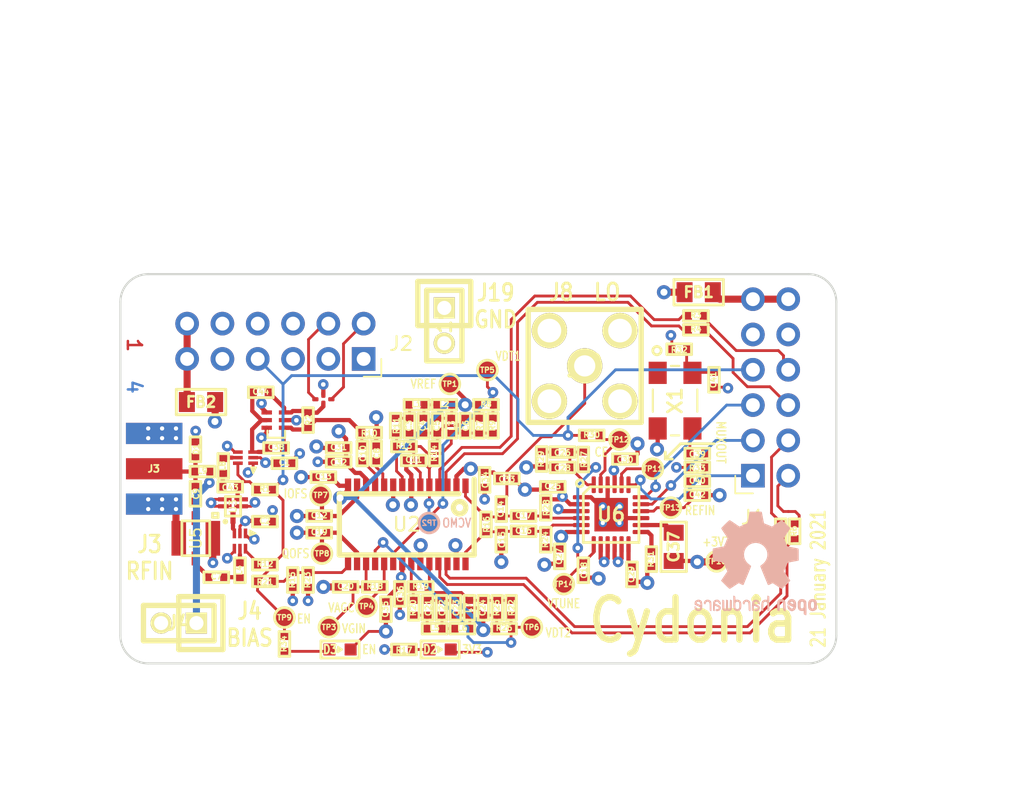
<source format=kicad_pcb>
(kicad_pcb (version 20221018) (generator pcbnew)
  (title_block (title "Cydonia") (date "2021-01-21") (company "Copyright © 2019-2021 Great Scott Gadgets") (comment 1 "Licensed under the CERN-OHL-P v2"))
  (layers (0 "F.Cu" signal) (1 "In1.Cu" signal "C2.Cu") (2 "In2.Cu" signal "C3.Cu") (31 "B.Cu" signal) (34 "B.Paste" user) (35 "F.Paste" user) (36 "B.SilkS" user "B.Silkscreen") (37 "F.SilkS" user "F.Silkscreen") (38 "B.Mask" user) (39 "F.Mask" user) (44 "Edge.Cuts" user))
  (net 0 "")
  (net 1 "GND")
  (net 2 "+3V3")
  (net 3 "/VREF")
  (net 4 "Net-(C3-Pad1)")
  (net 5 "Net-(C4-Pad1)")
  (net 6 "Net-(C5-Pad1)")
  (net 7 "/IAIN")
  (net 8 "Net-(C7-Pad2)")
  (net 9 "Net-(C7-Pad1)")
  (net 10 "Net-(C9-Pad1)")
  (net 11 "Net-(C9-Pad2)")
  (net 12 "Net-(C10-Pad2)")
  (net 13 "/VCMO")
  (net 14 "/IOFS")
  (net 15 "Net-(C14-Pad1)")
  (net 16 "/VTUNE")
  (net 17 "/QOFS")
  (net 18 "/VGIN")
  (net 19 "Net-(C21-Pad1)")
  (net 20 "Net-(C22-Pad1)")
  (net 21 "Net-(C23-Pad1)")
  (net 22 "/QAIN")
  (net 23 "Net-(C26-Pad1)")
  (net 24 "/REFIN")
  (net 25 "Net-(C39-Pad1)")
  (net 26 "Net-(C39-Pad2)")
  (net 27 "Net-(C41-Pad1)")
  (net 28 "/VAGC")
  (net 29 "/VDT1")
  (net 30 "/VDT2")
  (net 31 "/ENBL")
  (net 32 "/MUXOUT")
  (net 33 "/CE")
  (net 34 "Net-(L4-Pad1)")
  (net 35 "/IMXO")
  (net 36 "Net-(R12-Pad2)")
  (net 37 "/QMXO")
  (net 38 "Net-(U3-Pad1)")
  (net 39 "/RFI_N")
  (net 40 "/RFI_P")
  (net 41 "/LOI_N")
  (net 42 "/LOI_P")
  (net 43 "/RFOUTB")
  (net 44 "/RFOUTA")
  (net 45 "/CP")
  (net 46 "/CC")
  (net 47 "/CN")
  (net 48 "/IOP_P")
  (net 49 "/IOP_N")
  (net 50 "/QOP_N")
  (net 51 "/QOP_P")
  (net 52 "/RSET")
  (net 53 "Net-(X1-Pad1)")
  (net 54 "/EN")
  (net 55 "/DATA")
  (net 56 "/CLK")
  (net 57 "/LE")
  (net 58 "Net-(C38-Pad2)")
  (net 59 "Net-(C43-Pad1)")
  (net 60 "Net-(C43-Pad2)")
  (net 61 "/I_N")
  (net 62 "/I_P")
  (net 63 "/Q_N")
  (net 64 "/Q_P")
  (net 65 "Net-(J2-Pad10)")
  (net 66 "Net-(J2-Pad9)")
  (net 67 "Net-(J2-Pad3)")
  (net 68 "Net-(J2-Pad2)")
  (net 69 "Net-(L8-Pad1)")
  (net 70 "Net-(R1-Pad2)")
  (net 71 "Net-(J2-Pad1)")
  (net 72 "Net-(FB1-Pad1)")
  (net 73 "Net-(FB2-Pad1)")
  (net 74 "Net-(C44-Pad1)")
  (net 75 "/RF_N")
  (net 76 "/RF_P")
  (net 77 "Net-(J4-Pad1)")
  (net 78 "Net-(D2-Pad2)")
  (net 79 "Net-(D3-Pad2)")
  (footprint "gsg-modules:0402" (layer "F.Cu") (at 141 112.4 90)
    (fp_text reference "C8")
    (fp_text value "100pF" hide)
  )
  (footprint "gsg-modules:0402" (layer "F.Cu") (at 128 115.3 90)
    (fp_text reference "C9")
    (fp_text value "100pF" hide)
  )
  (footprint "gsg-modules:0402" (layer "F.Cu") (at 140 112.4 90)
    (fp_text reference "C10")
    (fp_text value "100pF" hide)
  )
  (footprint "gsg-modules:0402" (layer "F.Cu") (at 143.7 112.9 180)
    (fp_text reference "C11")
    (fp_text value "100nF" hide)
  )
  (footprint "gsg-modules:0402" (layer "F.Cu") (at 151.6 116.9 180)
    (fp_text reference "C17")
    (fp_text value "100pF" hide)
  )
  (footprint "gsg-modules:0402" (layer "F.Cu") (at 155.9 120.8 90)
    (fp_text reference "C18")
    (fp_text value "270pF" hide)
  )
  (footprint "gsg-modules:0402" (layer "F.Cu") (at 136.9 118.1 180)
    (fp_text reference "C19")
    (fp_text value "100nF" hide)
  )
  (footprint "gsg-modules:0402" (layer "F.Cu") (at 138.8 122 180)
    (fp_text reference "C20")
    (fp_text value "100nF" hide)
  )
  (footprint "gsg-modules:0402" (layer "F.Cu") (at 144.7 123.5 90)
    (fp_text reference "C21")
    (fp_text value "18pF" hide)
  )
  (footprint "gsg-modules:0402" (layer "F.Cu") (at 145.7 123.5 90)
    (fp_text reference "C22")
    (fp_text value "68pF" hide)
  )
  (footprint "gsg-modules:0402" (layer "F.Cu") (at 146.7 123.5 90)
    (fp_text reference "C23")
    (fp_text value "68pF" hide)
  )
  (footprint "gsg-modules:0402" (layer "F.Cu") (at 148.7 123.5 -90)
    (fp_text reference "C24")
    (fp_text value "18pF" hide)
  )
  (footprint "gsg-modules:0402" (layer "F.Cu") (at 154.4 112.3)
    (fp_text reference "C26")
    (fp_text value "8.2nF" hide)
  )
  (footprint "gsg-modules:0402" (layer "F.Cu") (at 154.2 119.8 -90)
    (fp_text reference "C27")
    (fp_text value "100nF" hide)
  )
  (footprint "gsg-modules:0402" (layer "F.Cu") (at 154.4 113.4)
    (fp_text reference "C28")
    (fp_text value "560pF" hide)
  )
  (footprint "gsg-modules:0402" (layer "F.Cu") (at 159.4 121.1 -90)
    (fp_text reference "C29")
    (fp_text value "10nF" hide)
  )
  (footprint "gsg-modules:0402" (layer "F.Cu") (at 158.9 112.8)
    (fp_text reference "C30")
    (fp_text value "100nF" hide)
  )
  (footprint "gsg-modules:0402" (layer "F.Cu") (at 138.3 112 180)
    (fp_text reference "C31")
    (fp_text value "100nF" hide)
  )
  (footprint "gsg-modules:0402" (layer "F.Cu") (at 138.3 113)
    (fp_text reference "C32")
    (fp_text value "100pF" hide)
  )
  (footprint "gsg-modules:0402" (layer "F.Cu") (at 141.7 123.6 -90)
    (fp_text reference "C35")
    (fp_text value "100nF" hide)
  )
  (footprint "gsg-modules:0402" (layer "F.Cu") (at 142.7 122.5 90)
    (fp_text reference "C36")
    (fp_text value "100pF" hide)
  )
  (footprint "gsg-modules:SMA-VERTICAL" (layer "F.Cu") (at 156 106.1 180)
    (fp_text reference "J8")
    (fp_text value "LO" hide)
  )
  (footprint "gsg-modules:0402" (layer "F.Cu") (at 131.2 120.8 -90)
    (fp_text reference "L4")
    (fp_text value "3.6nH" hide)
  )
  (footprint "gsg-modules:0402" (layer "F.Cu") (at 145.2 125 180)
    (fp_text reference "L5")
    (fp_text value "470nH" hide)
  )
  (footprint "gsg-modules:0402" (layer "F.Cu") (at 147.2 125 180)
    (fp_text reference "L6")
    (fp_text value "680nH" hide)
  )
  (footprint "gsg-modules:0402" (layer "F.Cu") (at 147.7 123.5 -90)
    (fp_text reference "L7")
    (fp_text value "470nH" hide)
  )
  (footprint "gsg-modules:0402" (layer "F.Cu") (at 171.1 118 -90)
    (fp_text reference "R6")
    (fp_text value "0" hide)
  )
  (footprint "gsg-modules:0402" (layer "F.Cu") (at 148.9 117.5 90)
    (fp_text reference "R16")
    (fp_text value "200" hide)
  )
  (footprint "gsg-modules:0402" (layer "F.Cu") (at 140.9 122 180)
    (fp_text reference "R18")
    (fp_text value "0" hide)
  )
  (footprint "gsg-modules:0402" (layer "F.Cu") (at 144.2 122 180)
    (fp_text reference "R19")
    (fp_text value "0" hide)
  )
  (footprint "gsg-modules:0402" (layer "F.Cu") (at 143.7 123.5 -90)
    (fp_text reference "R20")
    (fp_text value "100" hide)
  )
  (footprint "gsg-modules:0402" (layer "F.Cu") (at 153.2 118.6 -90)
    (fp_text reference "R24")
    (fp_text value "51" hide)
  )
  (footprint "gsg-modules:0402" (layer "F.Cu") (at 149.7 123.5 -90)
    (fp_text reference "R25")
    (fp_text value "100" hide)
  )
  (footprint "gsg-modules:0402" (layer "F.Cu") (at 153.2 116.3 90)
    (fp_text reference "R28")
    (fp_text value "51" hide)
  )
  (footprint "gsg-modules:0402" (layer "F.Cu") (at 160.8 120 -90)
    (fp_text reference "R31")
    (fp_text value "3k3" hide)
  )
  (footprint "gsg-modules:0402" (layer "F.Cu") (at 162.8 104.9)
    (fp_text reference "R32")
    (fp_text value "0" hide)
  )
  (footprint "gsg-modules:BGA7H1N6" (layer "F.Cu") (at 131.2 118.7)
    (fp_text reference "U4" hide)
    (fp_text value "LNA" hide)
  )
  (footprint "gsg-modules:QFN24-4" (layer "F.Cu") (at 157.9 116.8)
    (fp_text reference "U6")
    (fp_text value "ADF4360" hide)
  )
  (footprint "gsg-modules:0402" (layer "F.Cu") (at 128 112.1 90)
    (fp_text reference "D1")
    (fp_text value "D_TVS" hide)
  )
  (footprint "gsg-modules:0402" (layer "F.Cu") (at 150 116.4 -90)
    (fp_text reference "C14")
    (fp_text value "100pF" hide)
  )
  (footprint "gsg-modules:2450BP39D100C" (layer "F.Cu") (at 128.025 118.5 -90)
    (fp_text reference "U5")
    (fp_text value "BAND PASS FILTER" hide)
  )
  (footprint "gsg-modules:B9413" (layer "F.Cu") (at 130.7 116.2 90)
    (fp_text reference "U3")
    (fp_text value "SAW FILTER")
  )
  (footprint "gsg-modules:0402" (layer "F.Cu") (at 150 118.6 90)
    (fp_text reference "C15")
    (fp_text value "100pF" hide)
  )
  (footprint "gsg-modules:0402" (layer "F.Cu") (at 151.6 118 180)
    (fp_text reference "C16")
    (fp_text value "100pF" hide)
  )
  (footprint "gsg-modules:XTAL5.0x3.2mm" (layer "F.Cu") (at 162.5 108.6 -90)
    (fp_text reference "X1")
    (fp_text value "TCXO" hide)
  )
  (footprint "gsg-modules:0402" (layer "F.Cu") (at 164.1 113.4)
    (fp_text reference "R33")
    (fp_text value "51" hide)
  )
  (footprint "gsg-modules:0402" (layer "F.Cu") (at 164.1 114.4 180)
    (fp_text reference "C40")
    (fp_text value "1nF" hide)
  )
  (footprint "gsg-modules:0402" (layer "F.Cu") (at 164.1 112.4)
    (fp_text reference "C39")
    (fp_text value "1nF" hide)
  )
  (footprint "gsg-modules:0402" (layer "F.Cu") (at 164.1 115.4 180)
    (fp_text reference "C42")
    (fp_text value "C" hide)
  )
  (footprint "gsg-modules:0402" (layer "F.Cu") (at 150.2 125 180)
    (fp_text reference "R26")
    (fp_text value "3k3" hide)
  )
  (footprint "gsg-modules:0402" (layer "F.Cu") (at 150.7 123.5 90)
    (fp_text reference "R22")
    (fp_text value "2k2" hide)
  )
  (footprint "gsg-modules:0402" (layer "F.Cu") (at 140.5 110.9)
    (fp_text reference "R10")
    (fp_text value "200" hide)
  )
  (footprint "gsg-modules:0805" (layer "F.Cu") (at 162.4 119.116 -90)
    (fp_text reference "C37")
    (fp_text value "10uF" hide)
  )
  (footprint "gsg-modules:0402" (layer "F.Cu") (at 153.7 114.8 180)
    (fp_text reference "C25")
    (fp_text value "100nF" hide)
  )
  (footprint "gsg-modules:0402" (layer "F.Cu") (at 156.5 111.1 180)
    (fp_text reference "R30")
    (fp_text value "0" hide)
  )
  (footprint "gsg-modules:0402" (layer "F.Cu") (at 155.9 112.8334 90)
    (fp_text reference "R27")
    (fp_text value "3k" hide)
  )
  (footprint "gsg-modules:0402" (layer "F.Cu") (at 152.9 112.8 -90)
    (fp_text reference "R29")
    (fp_text value "1.5k" hide)
  )
  (footprint "gsg-modules:0402" (layer "F.Cu") (at 136.9 116.9 180)
    (fp_text reference "C12")
    (fp_text value "100nF" hide)
  )
  (footprint "gsg-modules:0402" (layer "F.Cu") (at 150.4 114.2)
    (fp_text reference "C33")
    (fp_text value "100nF" hide)
  )
  (footprint "gsg-modules:0402" (layer "F.Cu") (at 148.8 114.3 90)
    (fp_text reference "C34")
    (fp_text value "100pF" hide)
  )
  (footprint "gsg-modules:0402" (layer "F.Cu") (at 137.2 114.1 180)
    (fp_text reference "C13")
    (fp_text value "100nF" hide)
  )
  (footprint "gsg-modules:0402" (layer "F.Cu") (at 136.1 121.5 -90)
    (fp_text reference "R23")
    (fp_text value "10k" hide)
  )
  (footprint "gsg-modules:0402" (layer "F.Cu") (at 135 121.5 -90)
    (fp_text reference "R15")
    (fp_text value "10k" hide)
  )
  (footprint "gsg-modules:0402" (layer "F.Cu") (at 148.4 110.4 90)
    (fp_text reference "R7")
    (fp_text value "100" hide)
  )
  (footprint "gsg-modules:0402" (layer "F.Cu") (at 148.9 108.9 180)
    (fp_text reference "R8")
    (fp_text value "3k3" hide)
  )
  (footprint "gsg-modules:0402" (layer "F.Cu") (at 145.4 110.4 -90)
    (fp_text reference "C5")
    (fp_text value "68pF" hide)
  )
  (footprint "gsg-modules:0402" (layer "F.Cu") (at 144.4 110.4 -90)
    (fp_text reference "C4")
    (fp_text value "68pF" hide)
  )
  (footprint "gsg-modules:0402" (layer "F.Cu") (at 142.4 110.4 90)
    (fp_text reference "R11")
    (fp_text value "100" hide)
  )
  (footprint "gsg-modules:0402" (layer "F.Cu") (at 146.4 110.4 90)
    (fp_text reference "L3")
    (fp_text value "470nH" hide)
  )
  (footprint "gsg-modules:0402" (layer "F.Cu") (at 149.4 110.4 -90)
    (fp_text reference "R9")
    (fp_text value "2k2" hide)
  )
  (footprint "gsg-modules:0402" (layer "F.Cu") (at 147.4 110.4 90)
    (fp_text reference "C6")
    (fp_text value "18pF" hide)
  )
  (footprint "gsg-modules:0402" (layer "F.Cu") (at 143.4 110.4 -90)
    (fp_text reference "C3")
    (fp_text value "18pF" hide)
  )
  (footprint "gsg-modules:0402" (layer "F.Cu") (at 145.2 112.4 -90)
    (fp_text reference "R14")
    (fp_text value "0" hide)
  )
  (footprint "gsg-modules:0402" (layer "F.Cu") (at 143 111.9 180)
    (fp_text reference "R13")
    (fp_text value "0" hide)
  )
  (footprint "gsg-modules:0402" (layer "F.Cu") (at 143.9 108.9 180)
    (fp_text reference "L1")
    (fp_text value "470nH" hide)
  )
  (footprint "gsg-modules:0402" (layer "F.Cu") (at 145.9 108.9 180)
    (fp_text reference "L2")
    (fp_text value "680nH" hide)
  )
  (footprint "gsg-modules:0805" (layer "F.Cu") (at 164.2 100.8 180)
    (fp_text reference "FB1")
    (fp_text value "Ferrite_Bead" hide)
  )
  (footprint "gsg-modules:0402" (layer "F.Cu") (at 164 102.5 180)
    (fp_text reference "R3")
    (fp_text value "0" hide)
  )
  (footprint "gsg-modules:0402" (layer "F.Cu") (at 165.3 107.1 -90)
    (fp_text reference "C41")
    (fp_text value "100nF" hide)
  )
  (footprint "gsg-modules:TSSOP28" (layer "F.Cu") (at 143.2 117.5 -90)
    (fp_text reference "U2")
    (fp_text value "AD8347" hide)
  )
  (footprint "gsg-modules:TESTPOINT-50MIL" (layer "F.Cu") (at 146.3 107.4 180)
    (fp_text reference "TP1")
    (fp_text value "TestPoint" hide)
  )
  (footprint "gsg-modules:TESTPOINT-50MIL" (layer "F.Cu") (at 140.3 123.4 180)
    (fp_text reference "TP4")
    (fp_text value "TestPoint" hide)
  )
  (footprint "gsg-modules:TESTPOINT-50MIL" (layer "F.Cu") (at 149 106.4 180)
    (fp_text reference "TP5")
    (fp_text value "TestPoint" hide)
  )
  (footprint "gsg-modules:TESTPOINT-50MIL" (layer "F.Cu") (at 152.2 124.9 180)
    (fp_text reference "TP6")
    (fp_text value "TestPoint" hide)
  )
  (footprint "gsg-modules:TESTPOINT-50MIL" (layer "F.Cu") (at 137 115.4 180)
    (fp_text reference "TP7")
    (fp_text value "TestPoint" hide)
  )
  (footprint "gsg-modules:TESTPOINT-50MIL" (layer "F.Cu") (at 137.1 119.6 180)
    (fp_text reference "TP8")
    (fp_text value "TestPoint" hide)
  )
  (footprint "gsg-modules:TESTPOINT-50MIL" (layer "F.Cu") (at 160.9 113.5 180)
    (fp_text reference "TP11")
    (fp_text value "TestPoint" hide)
  )
  (footprint "gsg-modules:TESTPOINT-50MIL" (layer "F.Cu") (at 158.5 111.4 180)
    (fp_text reference "TP12")
    (fp_text value "TestPoint" hide)
  )
  (footprint "gsg-modules:TESTPOINT-50MIL" (layer "F.Cu") (at 162.2 116.3 180)
    (fp_text reference "TP13")
    (fp_text value "TestPoint" hide)
  )
  (footprint "gsg-modules:TESTPOINT-50MIL" (layer "F.Cu") (at 154.5 121.8 180)
    (fp_text reference "TP14")
    (fp_text value "TestPoint" hide)
  )
  (footprint "gsg-modules:0402" (layer "F.Cu") (at 170.1 118 -90)
    (fp_text reference "R5")
    (fp_text value "0" hide)
  )
  (footprint "cydonia:PinHeader_2x06_P2.54mm_PMOD" (layer "F.Cu") (at 168.1 114 180)
    (fp_text reference "J1")
    (fp_text value "PMOD" hide)
  )
  (footprint "gsg-modules:0402" (layer "F.Cu") (at 164 103.5 180)
    (fp_text reference "R4")
    (fp_text value "0" hide)
  )
  (footprint "gsg-modules:SMA-EDGE" (layer "F.Cu") (at 123 113.5)
    (fp_text reference "J3")
    (fp_text value "RFIN")
  )
  (footprint "gsg-modules:0402" (layer "F.Cu") (at 133.8 112 180)
    (fp_text reference "C38")
    (fp_text value "100pF" hide)
  )
  (footprint "gsg-modules:0402" (layer "F.Cu") (at 130.5 114.8)
    (fp_text reference "C43")
    (fp_text value "1nF" hide)
  )
  (footprint "gsg-modules:0402" (layer "F.Cu") (at 130 113.3 -90)
    (fp_text reference "L8")
    (fp_text value "3.6nH" hide)
  )
  (footprint "gsg-modules:HHM2293A1" (layer "F.Cu") (at 131.4 110 90)
    (fp_text reference "U1" hide)
    (fp_text value "HHM2293A1" hide)
  )
  (footprint "gsg-modules:0402" (layer "F.Cu") (at 133 117.3 180)
    (fp_text reference "C2")
    (fp_text value "1nF" hide)
  )
  (footprint "gsg-modules:0402" (layer "F.Cu") (at 134.4 113.1 180)
    (fp_text reference "C1")
    (fp_text value "1nF" hide)
  )
  (footprint "gsg-modules:BGA7H1N6" (layer "F.Cu") (at 131.6 112.7 -90)
    (fp_text reference "U7" hide)
    (fp_text value "LNA" hide)
  )
  (footprint "gsg-modules:0402" (layer "F.Cu") (at 136.1 110 90)
    (fp_text reference "R2")
    (fp_text value "100" hide)
  )
  (footprint "gsg-modules:0402" (layer "F.Cu") (at 129.5 121.3 180)
    (fp_text reference "C7")
    (fp_text value "1nF" hide)
  )
  (footprint "cydonia:PinHeader_2x06_P2.54mm_PMOD" (layer "F.Cu") (at 140.1 105.6 -90)
    (fp_text reference "J2")
    (fp_text value "PMOD" hide)
  )
  (footprint "gsg-modules:TESTPOINT-50MIL" (layer "F.Cu") (at 165.49 120.16)
    (fp_text reference "TP10")
    (fp_text value "TestPoint" hide)
  )
  (footprint "gsg-modules:0805" (layer "F.Cu") (at 128.4 108.7)
    (fp_text reference "FB2")
    (fp_text value "Ferrite_Bead" hide)
  )
  (footprint "gsg-modules:0402" (layer "F.Cu") (at 133 121.6)
    (fp_text reference "R21")
    (fp_text value "0" hide)
  )
  (footprint "cydonia:HHM1903A4" (layer "F.Cu") (at 137.2 108.5)
    (fp_text reference "T1" hide)
    (fp_text value "HHM1903A4" hide)
  )
  (footprint "gsg-modules:0402" (layer "F.Cu") (at 133 120.4 180)
    (fp_text reference "R12")
    (fp_text value "0" hide)
  )
  (footprint "gsg-modules:0402" (layer "F.Cu") (at 133 115 180)
    (fp_text reference "R1")
    (fp_text value "0" hide)
  )
  (footprint "gsg-modules:0402" (layer "F.Cu") (at 132.7 108 180)
    (fp_text reference "C44")
    (fp_text value "100pF" hide)
  )
  (footprint "gsg-modules:TESTPOINT-50MIL" (layer "F.Cu") (at 134.4 124.2 180)
    (fp_text reference "TP9")
    (fp_text value "TestPoint" hide)
  )
  (footprint "gsg-modules:HEADER-1x2" (layer "F.Cu") (at 126.8 124.6 180)
    (fp_text reference "J4")
    (fp_text value "BIAS" hide)
  )
  (footprint "gsg-modules:0402" (layer "F.Cu") (at 128.5 113.7 180)
    (fp_text reference "L9")
    (fp_text value "27nH" hide)
  )
  (footprint "gsg-modules:HEADER-1x2" (layer "F.Cu") (at 145.9 103.2 -90)
    (fp_text reference "J19")
    (fp_text value "GND" hide)
  )
  (footprint "gsg-modules:0603D" (layer "F.Cu") (at 145.6 126.5 180)
    (fp_text reference "D2")
    (fp_text value "LED" hide)
  )
  (footprint "gsg-modules:0402" (layer "F.Cu") (at 143 126.5)
    (fp_text reference "R17")
    (fp_text value "1.5k" hide)
  )
  (footprint "gsg-modules:TESTPOINT-50MIL" (layer "F.Cu") (at 137.6 124.9 180)
    (fp_text reference "TP3")
    (fp_text value "TestPoint" hide)
  )
  (footprint "gsg-modules:0603D" (layer "F.Cu") (at 138.4 126.5 180)
    (fp_text reference "D3")
    (fp_text value "LED" hide)
  )
  (footprint "gsg-modules:0402" (layer "F.Cu") (at 134.4 126.1 -90)
    (fp_text reference "R34")
    (fp_text value "1.5k" hide)
  )
  (footprint "gsg-modules:TESTPOINT-50MIL" (layer "B.Cu") (at 144.8 117.4 180)
    (fp_text reference "TP2")
    (fp_text value "TestPoint" hide)
  )
  (footprint "Symbol:OSHW-Logo2_9.8x8mm_SilkScreen" (layer "B.Cu") (at 168.3 120.3 180)
    (fp_text reference "REF**" hide)
    (fp_text value "OSHW-Logo2_9.8x8mm_SilkScreen" hide)
  )
  (gr_circle (center 161.2 105) (end 160.9 105) (stroke (width 0.2032)) (fill none) (layer "F.SilkS"))
  (gr_line (start 161.8 112.8) (end 162.3 112.8) (stroke (width 0.2032)) (layer "F.SilkS"))
  (gr_line (start 165.3 111.7) (end 162.9 111.7) (stroke (width 0.2032)) (layer "F.SilkS"))
  (gr_line (start 161.8 112.8) (end 161.8 112.3) (stroke (width 0.2032)) (layer "F.SilkS"))
  (gr_line (start 162.9 111.7) (end 161.8 112.8) (stroke (width 0.2032)) (layer "F.SilkS"))
  (gr_line (start 172.1 127.5) (end 124.6 127.5) (stroke (width 0.15)) (layer "Edge.Cuts"))
  (gr_arc (start 124.6 127.5) (mid 123.185786 126.914214) (end 122.6 125.5) (stroke (width 0.15)) (layer "Edge.Cuts"))
  (gr_line (start 174.1 101.5) (end 174.1 125.5) (stroke (width 0.15)) (layer "Edge.Cuts"))
  (gr_arc (start 122.6 101.5) (mid 123.185786 100.085786) (end 124.6 99.5) (stroke (width 0.15)) (layer "Edge.Cuts"))
  (gr_arc (start 172.1 99.5) (mid 173.514214 100.085786) (end 174.1 101.5) (stroke (width 0.15)) (layer "Edge.Cuts"))
  (gr_line (start 124.6 99.5) (end 172.1 99.5) (stroke (width 0.15)) (layer "Edge.Cuts"))
  (gr_arc (start 174.1 125.5) (mid 173.514214 126.914214) (end 172.1 127.5) (stroke (width 0.15)) (layer "Edge.Cuts"))
  (gr_line (start 122.6 125.5) (end 122.6 101.5) (stroke (width 0.15)) (layer "Edge.Cuts"))
  (gr_text "1" (at 123.6 104.6 270) (layer "F.Cu") (effects (font (size 1.016 1.016) (thickness 0.1778))))
  (gr_text "4" (at 123.6 107.6 270) (layer "B.Cu") (effects (font (size 1.016 1.016) (thickness 0.1778))))
  (gr_text "VCMO" (at 146.8 117.4) (layer "B.SilkS") (effects (font (size 0.635 0.508) (thickness 0.1016)) (justify mirror)))
  (gr_text "21 January 2021" (at 172.8 121.4 90) (layer "F.SilkS") (effects (font (size 1.016 0.762) (thickness 0.1524))))
  (gr_text "Cydonia" (at 163.8 124.4) (layer "F.SilkS") (effects (font (size 3.048 2.54) (thickness 0.4572))))
  (gr_text "+3V3" (at 165.49 118.76) (layer "F.SilkS") (effects (font (size 0.635 0.508) (thickness 0.1016))))
  (gr_text "VDT1" (at 150.5 105.4) (layer "F.SilkS") (effects (font (size 0.635 0.508) (thickness 0.1016))))
  (gr_text "VREF" (at 144.4 107.4) (layer "F.SilkS") (effects (font (size 0.635 0.508) (thickness 0.1016))))
  (gr_text "IOFS" (at 135.2 115.3) (layer "F.SilkS") (effects (font (size 0.635 0.508) (thickness 0.1016))))
  (gr_text "QOFS" (at 135.2 119.6) (layer "F.SilkS") (effects (font (size 0.635 0.508) (thickness 0.1016))))
  (gr_text "EN" (at 135.8 124.3) (layer "F.SilkS") (effects (font (size 0.635 0.508) (thickness 0.1016))))
  (gr_text "VDT2" (at 154.1 125.3) (layer "F.SilkS") (effects (font (size 0.635 0.508) (thickness 0.1016))))
  (gr_text "VTUNE" (at 154.5 123.2) (layer "F.SilkS") (effects (font (size 0.635 0.508) (thickness 0.1016))))
  (gr_text "MUXOUT" (at 165.8 111.6 270) (layer "F.SilkS") (effects (font (size 0.635 0.508) (thickness 0.1016))))
  (gr_text "CE" (at 157.2 112.3) (layer "F.SilkS") (effects (font (size 0.635 0.508) (thickness 0.1016))))
  (gr_text "J8  LO" (at 156 100.8) (layer "F.SilkS") (effects (font (size 1.2 1) (thickness 0.2))))
  (gr_text "J3\nRFIN" (at 124.7 119.9) (layer "F.SilkS") (effects (font (size 1.2 1) (thickness 0.2))))
  (gr_text "VAGC" (at 138.5 123.5) (layer "F.SilkS") (effects (font (size 0.635 0.508) (thickness 0.1016))))
  (gr_text "REFIN" (at 164.3 116.5) (layer "F.SilkS") (effects (font (size 0.635 0.508) (thickness 0.1016))))
  (gr_text "J19\nGND" (at 149.6 101.8) (layer "F.SilkS") (effects (font (size 1.2 1) (thickness 0.2))))
  (gr_text "J4\nBIAS" (at 131.9 124.7) (layer "F.SilkS") (effects (font (size 1.2 1) (thickness 0.2))))
  (gr_text "3V3" (at 147.9 126.5) (layer "F.SilkS") (effects (font (size 0.635 0.508) (thickness 0.1016))))
  (gr_text "VGIN" (at 139.4 125) (layer "F.SilkS") (effects (font (size 0.635 0.508) (thickness 0.1016))))
  (gr_text "EN" (at 140.5 126.5) (layer "F.SilkS") (effects (font (size 0.635 0.508) (thickness 0.1016))))
  (segment (start 126.6 118.3) (end 126.8 118.5) (width 0.508) (layer "F.Cu") (net 1))
  (segment (start 157.15 119.95) (end 157.4 120.2) (width 0.3048) (layer "F.Cu") (net 1))
  (segment (start 137.7666 112) (end 136.8 112) (width 0.3048) (layer "F.Cu") (net 1))
  (segment (start 134.375 110) (end 135.25 110) (width 0.3048) (layer "F.Cu") (net 1))
  (segment (start 163.5666 113.4) (end 162.6 113.4) (width 0.2032) (layer "F.Cu") (net 1))
  (segment (start 132.75 109.1) (end 132.75 108.79) (width 0.3048) (layer "F.Cu") (net 1))
  (segment (start 164.6334 115.4) (end 165.7 115.4) (width 0.3048) (layer "F.Cu") (net 1))
  (segment (start 158.15 119.95) (end 158.4 120.2) (width 0.3048) (layer "F.Cu") (net 1))
  (segment (start 131.6 118.15) (end 131.6 118.24) (width 0.2032) (layer "F.Cu") (net 1))
  (segment (start 130.8 119.427) (end 130.289 119.938) (width 0.2032) (layer "F.Cu") (net 1))
  (segment (start 142.225 114.725) (end 142.225 116.075) (width 0.3048) (layer "F.Cu") (net 1))
  (segment (start 133.125 110.55) (end 133.125 110.888) (width 0.3048) (layer "F.Cu") (net 1))
  (segment (start 141.0334 110.9) (end 141.0334 109.8334) (width 0.3048) (layer "F.Cu") (net 1))
  (segment (start 154.2 120.3334) (end 153.1666 120.3334) (width 0.3048) (layer "F.Cu") (net 1))
  (segment (start 148.8 114.8334) (end 148.8 115.7) (width 0.3048) (layer "F.Cu") (net 1))
  (segment (start 130.393 111.866) (end 130.285 111.866) (width 0.2032) (layer "F.Cu") (net 1))
  (segment (start 141 111.8666) (end 141 110.9334) (width 0.3048) (layer "F.Cu") (net 1))
  (segment (start 129.371 115.7) (end 129.122 115.949) (width 0.2032) (layer "F.Cu") (net 1))
  (segment (start 158.15 118.95) (end 158.15 119.95) (width 0.3048) (layer "F.Cu") (net 1))
  (segment (start 150 119.1334) (end 150 120.2) (width 0.3048) (layer "F.Cu") (net 1))
  (segment (start 136.3666 116.9) (end 135.3 116.9) (width 0.3048) (layer "F.Cu") (net 1))
  (segment (start 130.827 112.3) (end 130.393 111.866) (width 0.2032) (layer "F.Cu") (net 1))
  (segment (start 129.373 116.2) (end 129.122 115.949) (width 0.2032) (layer "F.Cu") (net 1))
  (segment (start 136.3666 118.1) (end 135.3 118.1) (width 0.3048) (layer "F.Cu") (net 1))
  (segment (start 128 110.799) (end 128.013 110.786) (width 0.3048) (layer "F.Cu") (net 1))
  (segment (start 126.6 115.7) (end 126.6 118.3) (width 0.508) (layer "F.Cu") (net 1))
  (segment (start 136.8 112) (end 136.7 111.9) (width 0.3048) (layer "F.Cu") (net 1))
  (segment (start 131.2875 116.2) (end 131.999 116.2) (width 0.2032) (layer "F.Cu") (net 1))
  (segment (start 142.7 123.0334) (end 142.7 124) (width 0.3048) (layer "F.Cu") (net 1))
  (segment (start 157.65 119.95) (end 157.4 120.2) (width 0.3048) (layer "F.Cu") (net 1))
  (segment (start 157.65 118.95) (end 157.65 119.95) (width 0.3048) (layer "F.Cu") (net 1))
  (segment (start 136.1 122.0334) (end 136.1 123) (width 0.3048) (layer "F.Cu") (net 1))
  (segment (start 157.7 116.8) (end 157.9 116.8) (width 0.3048) (layer "F.Cu") (net 1))
  (segment (start 156.9334 121.3334) (end 157 121.4) (width 0.3048) (layer "F.Cu") (net 1))
  (segment (start 137.7666 113) (end 136.8 113) (width 0.3048) (layer "F.Cu") (net 1))
  (segment (start 152.9666 115) (end 153.1666 114.8) (width 0.3048) (layer "F.Cu") (net 1))
  (segment (start 132.15 113.401) (end 131.781 113.77) (width 0.2032) (layer "F.Cu") (net 1))
  (segment (start 141.7 124.1334) (end 141.7 125.2) (width 0.3048) (layer "F.Cu") (net 1))
  (segment (start 157.65 116.55) (end 157.9 116.8) (width 0.3048) (layer "F.Cu") (net 1))
  (segment (start 151.7 115) (end 152.9666 115) (width 0.3048) (layer "F.Cu") (net 1))
  (segment (start 158.15 117.05) (end 157.9 116.8) (width 0.3048) (layer "F.Cu") (net 1))
  (segment (start 146.775 120.275) (end 146.775 119.075) (width 0.3048) (layer "F.Cu") (net 1))
  (segment (start 130.8 119.25) (end 130.8 119.427) (width 0.2032) (layer "F.Cu") (net 1))
  (segment (start 166.2334 107.6334) (end 166.3 107.7) (width 0.2032) (layer "F.Cu") (net 1))
  (segment (start 143.525 116.075) (end 143.5 116.1) (width 0.3048) (layer "F.Cu") (net 1))
  (segment (start 133.5334 117.3) (end 133.5334 116.5086) (width 0.3048) (layer "F.Cu") (net 1))
  (segment (start 158.65 119.95) (end 158.4 120.2) (width 0.3048) (layer "F.Cu") (net 1))
  (segment (start 152.9 113.3334) (end 151.8666 113.3334) (width 0.3048) (layer "F.Cu") (net 1))
  (segment (start 153.1666 120.3334) (end 153.1 120.4) (width 0.3048) (layer "F.Cu") (net 1))
  (segment (start 161.25 110.6) (end 161.25 112.05) (width 0.3048) (layer "F.Cu") (net 1))
  (segment (start 143.525 113.925) (end 143.1666 113.5666) (width 0.3048) (layer "F.Cu") (net 1))
  (segment (start 155.75 115.55) (end 156.45 115.55) (width 0.3048) (layer "F.Cu") (net 1))
  (segment (start 139.162 126.5) (end 140.462 125.2) (width 0.2032) (layer "F.Cu") (net 1))
  (segment (start 131.93 118.57) (end 132.234 118.57) (width 0.2032) (layer "F.Cu") (net 1))
  (segment (start 141 110.9334) (end 141.0334 110.9) (width 0.3048) (layer "F.Cu") (net 1))
  (segment (start 157.65 114.65) (end 157.65 116.55) (width 0.3048) (layer "F.Cu") (net 1))
  (segment (start 137.2 107.442) (end 137.194 107.436) (width 0.3048) (layer "F.Cu") (net 1))
  (segment (start 136.6666 114.1) (end 135.6 114.1) (width 0.3048) (layer "F.Cu") (net 1))
  (segment (start 132.15 113.1) (end 132.15 113.401) (width 0.2032) (layer "F.Cu") (net 1))
  (segment (start 159.8 112.4334) (end 159.8 111.7) (width 0.3048) (layer "F.Cu") (net 1))
  (segment (start 143.525 114.725) (end 143.525 116.075) (width 0.3048) (layer "F.Cu") (net 1))
  (segment (start 160.5 120.8334) (end 160.8 120.5334) (width 0.3048) (layer "F.Cu") (net 1))
  (segment (start 144.175 120.275) (end 144.175 119.025) (width 0.3048) (layer "F.Cu") (net 1))
  (segment (start 151.8666 113.3334) (end 151.8 113.4) (width 0.3048) (layer "F.Cu") (net 1))
  (segment (start 160.5 121.7) (end 160.5 120.8334) (width 0.3048) (layer "F.Cu") (net 1))
  (segment (start 158.65 118.95) (end 158.65 119.95) (width 0.3048) (layer "F.Cu") (net 1))
  (segment (start 133.1 109.45) (end 132.75 109.1) (width 0.3048) (layer "F.Cu") (net 1))
  (segment (start 131.999 116.2) (end 132.283 115.916) (width 0.2032) (layer "F.Cu") (net 1))
  (segment (start 143.1666 113.5666) (end 143.1666 112.9) (width 0.3048) (layer "F.Cu") (net 1))
  (segment (start 155.9 121.3334) (end 156.9334 121.3334) (width 0.3048) (layer "F.Cu") (net 1))
  (segment (start 133.125 110.888) (end 132.745 111.268) (width 0.3048) (layer "F.Cu") (net 1))
  (segment (start 130.1125 116.2) (end 129.373 116.2) (width 0.2032) (layer "F.Cu") (net 1))
  (segment (start 142.225 116.075) (end 142.2 116.1) (width 0.3048) (layer "F.Cu") (net 1))
  (segment (start 129.25 120.258) (end 129.256 120.264) (width 0.508) (layer "F.Cu") (net 1))
  (segment (start 143.525 114.725) (end 143.525 113.925) (width 0.3048) (layer "F.Cu") (net 1))
  (segment (start 150.9334 114.2) (end 150.9334 114.2334) (width 0.3048) (layer "F.Cu") (net 1))
  (segment (start 140.462 125.2) (end 141.7 125.2) (width 0.2032) (layer "F.Cu") (net 1))
  (segment (start 146.562 126.7) (end 149 126.7) (width 0.2032) (layer "F.Cu") (net 1))
  (segment (start 160.05 117.05) (end 158.15 117.05) (width 0.3048) (layer "F.Cu") (net 1))
  (segment (start 156.45 115.55) (end 157.7 116.8) (width 0.3048) (layer "F.Cu") (net 1))
  (segment (start 137.2 108.175) (end 137.2 107.442) (width 0.3048) (layer "F.Cu") (net 1))
  (segment (start 129.25 118.5) (end 129.25 120.258) (width 0.508) (layer "F.Cu") (net 1))
  (segment (start 133.125 109.45) (end 133.1 109.45) (width 0.3048) (layer "F.Cu") (net 1))
  (segment (start 131.6 118.24) (end 131.93 118.57) (width 0.2032) (layer "F.Cu") (net 1))
  (segment (start 152.9 113.3334) (end 153.8 113.3334) (width 0.3048) (layer "F.Cu") (net 1))
  (segment (start 155.75 116.55) (end 154.25 116.55) (width 0.3048) (layer "F.Cu") (net 1))
  (segment (start 160.4334 121.6334) (end 160.5 121.7) (width 0.3048) (layer "F.Cu") (net 1))
  (segment (start 150.9334 114.2334) (end 151.7 115) (width 0.3048) (layer "F.Cu") (net 1))
  (segment (start 133.5334 116.5086) (end 133.546 116.496) (width 0.3048) (layer "F.Cu") (net 1))
  (segment (start 131.05 112.3) (end 130.827 112.3) (width 0.2032) (layer "F.Cu") (net 1))
  (segment (start 154.25 116.55) (end 154.1 116.4) (width 0.3048) (layer "F.Cu") (net 1))
  (segment (start 138.2666 122) (end 137.2 122) (width 0.508) (layer "F.Cu") (net 1))
  (segment (start 135.25 110) (end 135.26 110.01) (width 0.3048) (layer "F.Cu") (net 1))
  (segment (start 141.0334 109.8334) (end 141 109.8) (width 0.3048) (layer "F.Cu") (net 1))
  (segment (start 130.1125 115.7) (end 129.371 115.7) (width 0.2032) (layer "F.Cu") (net 1))
  (segment (start 165.3 107.6334) (end 166.2334 107.6334) (width 0.2032) (layer "F.Cu") (net 1))
  (segment (start 159.4 121.6334) (end 160.4334 121.6334) (width 0.3048) (layer "F.Cu") (net 1))
  (segment (start 157.15 118.95) (end 157.15 119.95) (width 0.3048) (layer "F.Cu") (net 1))
  (segment (start 144.175 119.025) (end 144.2 119) (width 0.3048) (layer "F.Cu") (net 1))
  (segment (start 134.9334 112.9666) (end 135.5 112.4) (width 0.3048) (layer "F.Cu") (net 1))
  (segment (start 153.8 113.3334) (end 153.8666 113.4) (width 0.3048) (layer "F.Cu") (net 1))
  (segment (start 128 111.5666) (end 128 110.799) (width 0.3048) (layer "F.Cu") (net 1))
  (segment (start 159.4334 112.8) (end 159.8 112.4334) (width 0.3048) (layer "F.Cu") (net 1))
  (segment (start 134.9334 113.1) (end 134.9334 112.9666) (width 0.3048) (layer "F.Cu") (net 1))
  (segment (start 146.775 119.075) (end 146.7 119) (width 0.3048) (layer "F.Cu") (net 1))
  (segment (start 161.25 112.05) (end 161.2 112.1) (width 0.3048) (layer "F.Cu") (net 1))
  (segment (start 146.362 126.5) (end 146.562 126.7) (width 0.2032) (layer "F.Cu") (net 1))
  (via (at 160.5 121.7) (size 1.016) (drill 0.508) (layers "F.Cu" "B.Cu") (net 1))
  (via (at 130.289 119.938) (size 0.762) (drill 0.3302) (layers "F.Cu" "B.Cu") (net 1))
  (via (at 136.7 111.9) (size 1.016) (drill 0.508) (layers "F.Cu" "B.Cu") (net 1))
  (via (at 135.26 110.01) (size 0.762) (drill 0.3302) (layers "F.Cu" "B.Cu") (net 1))
  (via (at 137.194 107.436) (size 0.762) (drill 0.3302) (layers "F.Cu" "B.Cu") (net 1))
  (via (at 141.7 125.2) (size 1.016) (drill 0.508) (layers "F.Cu" "B.Cu") (net 1))
  (via (at 130.285 111.866) (size 0.762) (drill 0.3302) (layers "F.Cu" "B.Cu") (net 1))
  (via (at 132.234 118.57) (size 0.762) (drill 0.3302) (layers "F.Cu" "B.Cu") (net 1))
  (via (at 131.781 113.77) (size 0.762) (drill 0.3302) (layers "F.Cu" "B.Cu") (net 1))
  (via (at 159.8 111.7) (size 1.016) (drill 0.508) (layers "F.Cu" "B.Cu") (net 1))
  (via (at 142.2 116.1) (size 1.016) (drill 0.508) (layers "F.Cu" "B.Cu") (net 1))
  (via (at 135.6 114.1) (size 1.016) (drill 0.508) (layers "F.Cu" "B.Cu") (net 1))
  (via (at 132.75 108.79) (size 0.762) (drill 0.3302) (layers "F.Cu" "B.Cu") (net 1))
  (via (at 143.5 116.1) (size 1.016) (drill 0.508) (layers "F.Cu" "B.Cu") (net 1))
  (via (at 137.2 122) (size 1.016) (drill 0.508) (layers "F.Cu" "B.Cu") (net 1))
  (via (at 157.4 120.2) (size 0.762) (drill 0.3302) (layers "F.Cu" "B.Cu") (net 1))
  (via (at 129.256 120.264) (size 0.762) (drill 0.3302) (layers "F.Cu" "B.Cu") (net 1))
  (via (at 150 120.2) (size 1.016) (drill 0.508) (layers "F.Cu" "B.Cu") (net 1))
  (via (at 128.013 110.786) (size 0.762) (drill 0.3302) (layers "F.Cu" "B.Cu") (net 1))
  (via (at 136.8 113) (size 0.762) (drill 0.3302) (layers "F.Cu" "B.Cu") (net 1))
  (via (at 149 126.7) (size 0.762) (drill 0.3302) (layers "F.Cu" "B.Cu") (net 1))
  (via (at 161.2 112.1) (size 1.016) (drill 0.508) (layers "F.Cu" "B.Cu") (net 1))
  (via (at 166.3 107.7) (size 0.762) (drill 0.3302) (layers "F.Cu" "B.Cu") (net 1))
  (via (at 133.546 116.496) (size 0.762) (drill 0.3302) (layers "F.Cu" "B.Cu") (net 1))
  (via (at 129.122 115.949) (size 0.762) (drill 0.3302) (layers "F.Cu" "B.Cu") (net 1))
  (via (at 132.283 115.916) (size 0.762) (drill 0.3302) (layers "F.Cu" "B.Cu") (net 1))
  (via (at 146.7 119) (size 1.016) (drill 0.508) (layers "F.Cu" "B.Cu") (net 1))
  (via (at 135.5 112.4) (size 0.762) (drill 0.3302) (layers "F.Cu" "B.Cu") (net 1))
  (via (at 148.8 115.7) (size 0.762) (drill 0.3302) (layers "F.Cu" "B.Cu") (net 1))
  (via (at 144.2 119) (size 1.016) (drill 0.508) (layers "F.Cu" "B.Cu") (net 1))
  (via (at 153.1 120.4) (size 1.016) (drill 0.508) (layers "F.Cu" "B.Cu") (net 1))
  (via (at 165.7 115.4) (size 1.016) (drill 0.508) (layers "F.Cu" "B.Cu") (net 1))
  (via (at 151.7 115) (size 1.016) (drill 0.508) (layers "F.Cu" "B.Cu") (net 1))
  (via (at 135.3 118.1) (size 1.016) (drill 0.508) (layers "F.Cu" "B.Cu") (net 1))
  (via (at 157 121.4) (size 1.016) (drill 0.508) (layers "F.Cu" "B.Cu") (net 1))
  (via (at 162.6 113.4) (size 0.762) (drill 0.3302) (layers "F.Cu" "B.Cu") (net 1))
  (via (at 151.8 113.4) (size 1.016) (drill 0.508) (layers "F.Cu" "B.Cu") (net 1))
  (via (at 158.4 120.2) (size 0.762) (drill 0.3302) (layers "F.Cu" "B.Cu") (net 1))
  (via (at 136.1 123) (size 0.762) (drill 0.3302) (layers "F.Cu" "B.Cu") (net 1))
  (via (at 132.745 111.268) (size 0.762) (drill 0.3302) (layers "F.Cu" "B.Cu") (net 1))
  (via (at 142.7 124) (size 0.762) (drill 0.3302) (layers "F.Cu" "B.Cu") (net 1))
  (via (at 135.3 116.9) (size 1.016) (drill 0.508) (layers "F.Cu" "B.Cu") (net 1))
  (via (at 141 109.8) (size 1.016) (drill 0.508) (layers "F.Cu" "B.Cu") (net 1))
  (via (at 154.1 116.4) (size 0.762) (drill 0.3302) (layers "F.Cu" "B.Cu") (net 1))
  (segment (start 138.8334 113) (end 138.8334 112) (width 0.3048) (layer "F.Cu") (net 2))
  (segment (start 131.582 117.25) (end 132.4166 117.25) (width 0.3048) (layer "F.Cu") (net 2))
  (segment (start 148.8 113.7666) (end 149.4332 113.7666) (width 0.3048) (layer "F.Cu") (net 2))
  (segment (start 131.2 118.15) (end 131.2 117.632) (width 0.2032) (layer "F.Cu") (net 2))
  (segment (start 147.8 113.5) (end 147.9 113.5) (width 0.3048) (layer "F.Cu") (net 2))
  (segment (start 149.4332 113.7666) (end 149.8666 114.2) (width 0.3048) (layer "F.Cu") (net 2))
  (segment (start 140.275 114.725) (end 140.275 114.225) (width 0.3048) (layer "F.Cu") (net 2))
  (segment (start 142.4666 126.5) (end 141.6 126.5) (width 0.2032) (layer "F.Cu") (net 2))
  (segment (start 146.775 114.725) (end 146.775 114.025) (width 0.3048) (layer "F.Cu") (net 2))
  (segment (start 131.2 117.632) (end 131.582 117.25) (width 0.2032) (layer "F.Cu") (net 2))
  (segment (start 154.2 119.2666) (end 153.3332 119.2666) (width 0.3048) (layer "F.Cu") (net 2))
  (segment (start 154.2 115.7) (end 153.2666 115.7) (width 0.3048) (layer "F.Cu") (net 2))
  (segment (start 161.7 100.8) (end 163.184 100.8) (width 0.508) (layer "F.Cu") (net 2))
  (segment (start 138.8334 112) (end 138.8334 111.3334) (width 0.3048) (layer "F.Cu") (net 2))
  (segment (start 154.95 116.05) (end 154.4 115.5) (width 0.3048) (layer "F.Cu") (net 2))
  (segment (start 148.5334 113.5) (end 148.8 113.7666) (width 0.3048) (layer "F.Cu") (net 2))
  (segment (start 153.3332 119.2666) (end 153.2 119.1334) (width 0.3048) (layer "F.Cu") (net 2))
  (segment (start 158.15 113.65) (end 158.1 113.6) (width 0.3048) (layer "F.Cu") (net 2))
  (segment (start 153.2666 115.7) (end 153.2 115.7666) (width 0.3048) (layer "F.Cu") (net 2))
  (segment (start 164.032 120.132) (end 164.1 120.2) (width 0.3048) (layer "F.Cu") (net 2))
  (segment (start 135 122.0334) (end 135 123) (width 0.3048) (layer "F.Cu") (net 2))
  (segment (start 142.8 121.8666) (end 142.7 121.9666) (width 0.3048) (layer "F.Cu") (net 2))
  (segment (start 142.875 121.225) (end 142.8 121.3) (width 0.3048) (layer "F.Cu") (net 2))
  (segment (start 142.875 120.275) (end 142.875 121.225) (width 0.3048) (layer "F.Cu") (net 2))
  (segment (start 147.8 113.5) (end 148.5334 113.5) (width 0.3048) (layer "F.Cu") (net 2))
  (segment (start 154.4 115.5) (end 154.4 114.9666) (width 0.3048) (layer "F.Cu") (net 2))
  (segment (start 132.4166 117.25) (end 132.4666 117.3) (width 0.3048) (layer "F.Cu") (net 2))
  (segment (start 129.416 110.084) (end 129.4 110.1) (width 0.508) (layer "F.Cu") (net 2))
  (segment (start 155.75 116.05) (end 154.95 116.05) (width 0.3048) (layer "F.Cu") (net 2))
  (segment (start 162.2666 103.9666) (end 162.2 103.9) (width 0.2032) (layer "F.Cu") (net 2))
  (segment (start 133.032 113.061) (end 133.8276 113.061) (width 0.3048) (layer "F.Cu") (net 2))
  (segment (start 158.15 114.65) (end 158.15 113.65) (width 0.3048) (layer "F.Cu") (net 2))
  (segment (start 146.775 114.025) (end 147.3 113.5) (width 0.3048) (layer "F.Cu") (net 2))
  (segment (start 164.1 120.2) (end 165.45 120.2) (width 0.508) (layer "F.Cu") (net 2))
  (segment (start 154.3 119.1666) (end 154.2 119.2666) (width 0.3048) (layer "F.Cu") (net 2))
  (segment (start 154.4 114.9666) (end 154.2334 114.8) (width 0.3048) (layer "F.Cu") (net 2))
  (segment (start 142.6334 121.9666) (end 141.7 122.9) (width 0.3048) (layer "F.Cu") (net 2))
  (segment (start 142.8 121.3) (end 142.8 121.8666) (width 0.3048) (layer "F.Cu") (net 2))
  (segment (start 141.7 122.9) (end 141.7 123.0666) (width 0.3048) (layer "F.Cu") (net 2))
  (segment (start 165.45 120.2) (end 165.49 120.16) (width 0.508) (layer "F.Cu") (net 2))
  (segment (start 138.8334 113.1334) (end 138.8334 113) (width 0.3048) (layer "F.Cu") (net 2))
  (segment (start 162.2666 104.9) (end 162.2666 103.9666) (width 0.2032) (layer "F.Cu") (net 2))
  (segment (start 129.416 108.7) (end 129.416 110.084) (width 0.508) (layer "F.Cu") (net 2))
  (segment (start 154.3 118.4) (end 154.3 119.1666) (width 0.3048) (layer "F.Cu") (net 2))
  (segment (start 132.671 112.7) (end 133.032 113.061) (width 0.2032) (layer "F.Cu") (net 2))
  (segment (start 138.8334 111.3334) (end 138.3 110.8) (width 0.3048) (layer "F.Cu") (net 2))
  (segment (start 162.4 120.132) (end 164.032 120.132) (width 0.3048) (layer "F.Cu") (net 2))
  (segment (start 155.75 118.05) (end 154.65 118.05) (width 0.3048) (layer "F.Cu") (net 2))
  (segment (start 139.85 113.8) (end 139.5 113.8) (width 0.3048) (layer "F.Cu") (net 2))
  (segment (start 154.65 118.05) (end 154.3 118.4) (width 0.3048) (layer "F.Cu") (net 2))
  (segment (start 154.4 115.5) (end 154.2 115.7) (width 0.3048) (layer "F.Cu") (net 2))
  (segment (start 158.1 113.6) (end 158.1 113.0666) (width 0.3048) (layer "F.Cu") (net 2))
  (segment (start 147.3 113.5) (end 147.8 113.5) (width 0.3048) (layer "F.Cu") (net 2))
  (segment (start 142.7 121.9666) (end 142.6334 121.9666) (width 0.3048) (layer "F.Cu") (net 2))
  (segment (start 139.5 113.8) (end 138.8334 113.1334) (width 0.3048) (layer "F.Cu") (net 2))
  (segment (start 140.275 114.225) (end 139.85 113.8) (width 0.3048) (layer "F.Cu") (net 2))
  (segment (start 158.1 113.0666) (end 158.3666 112.8) (width 0.3048) (layer "F.Cu") (net 2))
  (segment (start 132.15 112.7) (end 132.671 112.7) (width 0.2032) (layer "F.Cu") (net 2))
  (segment (start 133.8276 113.061) (end 133.8666 113.1) (width 0.3048) (layer "F.Cu") (net 2))
  (via (at 135 123) (size 0.762) (drill 0.3302) (layers "F.Cu" "B.Cu") (net 2))
  (via (at 142.8 121.3) (size 0.762) (drill 0.3302) (layers "F.Cu" "B.Cu") (net 2))
  (via (at 147.8 113.5) (size 1.016) (drill 0.508) (layers "F.Cu" "B.Cu") (net 2))
  (via (at 141.6 126.5) (size 0.762) (drill 0.3302) (layers "F.Cu" "B.Cu") (net 2))
  (via (at 131.582 117.25) (size 0.762) (drill 0.3302) (layers "F.Cu" "B.Cu") (net 2))
  (via (at 138.3 110.8) (size 1.016) (drill 0.508) (layers "F.Cu" "B.Cu") (net 2))
  (via (at 154.3 118.4) (size 1.016) (drill 0.508) (layers "F.Cu" "B.Cu") (net 2))
  (via (at 129.4 110.1) (size 1.016) (drill 0.508) (layers "F.Cu" "B.Cu") (net 2))
  (via (at 161.7 100.8) (size 1.016) (drill 0.508) (layers "F.Cu" "B.Cu") (net 2))
  (via (at 162.2 103.9) (size 0.762) (drill 0.3302) (layers "F.Cu" "B.Cu") (net 2))
  (via (at 158.1 113.6) (size 0.762) (drill 0.3302) (layers "F.Cu" "B.Cu") (net 2))
  (via (at 133.032 113.061) (size 0.762) (drill 0.3302) (layers "F.Cu" "B.Cu") (net 2))
  (via (at 164.1 120.2) (size 1.016) (drill 0.508) (layers "F.Cu" "B.Cu") (net 2))
  (via (at 154.4 115.5) (size 0.762) (drill 0.3302) (layers "F.Cu" "B.Cu") (net 2))
  (segment (start 145.4 110.9334) (end 144.4 110.9334) (width 0.2032) (layer "F.Cu") (net 3))
  (segment (start 149.6666 125) (end 149.6666 124.0668) (width 0.2032) (layer "F.Cu") (net 3))
  (segment (start 138.975 115.025) (end 138.975 114.725) (width 0.3048) (layer "F.Cu") (net 3))
  (segment (start 148.3666 108.9) (end 147.4 108.9) (width 0.3048) (layer "F.Cu") (net 3))
  (segment (start 147.4 108.5) (end 146.3 107.4) (width 0.3048) (layer "F.Cu") (net 3))
  (segment (start 146.7 122.9666) (end 145.7 122.9666) (width 0.2032) (layer "F.Cu") (net 3))
  (segment (start 145.9334 110.4) (end 146.8666 110.4) (width 0.2032) (layer "F.Cu") (net 3))
  (segment (start 145.7 122.9666) (end 144.7 122.9666) (width 0.2032) (layer "F.Cu") (net 3))
  (segment (start 148.4 108.9334) (end 148.3666 108.9) (width 0.2032) (layer "F.Cu") (net 3))
  (segment (start 145.4 110.9334) (end 145.9334 110.4) (width 0.2032) (layer "F.Cu") (net 3))
  (segment (start 138.3584 114.725) (end 137.7334 114.1) (width 0.3048) (layer "F.Cu") (net 3))
  (segment (start 149.7 124.0334) (end 148.7 124.0334) (width 0.2032) (layer "F.Cu") (net 3))
  (segment (start 146.8666 110.4) (end 147.4 109.8666) (width 0.2032) (layer "F.Cu") (net 3))
  (segment (start 148.7 125.1) (end 149.5666 125.1) (width 0.3048) (layer "F.Cu") (net 3))
  (segment (start 147.4 108.9) (end 147.4 108.5) (width 0.3048) (layer "F.Cu") (net 3))
  (segment (start 147.4 109.8666) (end 148.4 109.8666) (width 0.2032) (layer "F.Cu") (net 3))
  (segment (start 144.4 110.9334) (end 143.4 110.9334) (width 0.2032) (layer "F.Cu") (net 3))
  (segment (start 138.4 115.6) (end 138.975 115.025) (width 0.3048) (layer "F.Cu") (net 3))
  (segment (start 148.2 123.5) (end 147.2334 123.5) (width 0.2032) (layer "F.Cu") (net 3))
  (segment (start 138.975 114.725) (end 138.3584 114.725) (width 0.3048) (layer "F.Cu") (net 3))
  (segment (start 149.6666 124.0668) (end 149.7 124.0334) (width 0.2032) (layer "F.Cu") (net 3))
  (segment (start 148.7 124) (end 148.2 123.5) (width 0.2032) (layer "F.Cu") (net 3))
  (segment (start 145.4 110.9334) (end 145.4 111.6666) (width 0.2032) (layer "F.Cu") (net 3))
  (segment (start 148.7 124.0334) (end 148.7 124) (width 0.2032) (layer "F.Cu") (net 3))
  (segment (start 148.4 109.8666) (end 148.4 108.9334) (width 0.2032) (layer "F.Cu") (net 3))
  (segment (start 149.5666 125.1) (end 149.6666 125) (width 0.3048) (layer "F.Cu") (net 3))
  (segment (start 145.4 111.6666) (end 145.2 111.8666) (width 0.2032) (layer "F.Cu") (net 3))
  (segment (start 147.2334 123.5) (end 146.7 122.9666) (width 0.2032) (layer "F.Cu") (net 3))
  (segment (start 148.7 125.1) (end 148.7 124.0334) (width 0.3048) (layer "F.Cu") (net 3))
  (via (at 147.4 108.9) (size 1.016) (drill 0.508) (layers "F.Cu" "B.Cu") (net 3))
  (via (at 138.4 115.6) (size 1.016) (drill 0.508) (layers "F.Cu" "B.Cu") (net 3))
  (via (at 148.7 125.1) (size 1.016) (drill 0.508) (layers "F.Cu" "B.Cu") (net 3))
  (segment (start 138.4 115.6) (end 139.4 115.6) (width 0.3048) (layer "B.Cu") (net 3))
  (segment (start 139.4 115.6) (end 146.1 108.9) (width 0.3048) (layer "B.Cu") (net 3))
  (segment (start 148.7 124.9) (end 148.7 125.1) (width 0.3048) (layer "B.Cu") (net 3))
  (segment (start 146.1 108.9) (end 147.4 108.9) (width 0.3048) (layer "B.Cu") (net 3))
  (segment (start 139.4 115.6) (end 148.7 124.9) (width 0.3048) (layer "B.Cu") (net 3))
  (segment (start 143.4 109.8666) (end 143.4 108.9334) (width 0.2032) (layer "F.Cu") (net 4))
  (segment (start 143.4 108.9334) (end 143.3666 108.9) (width 0.2032) (layer "F.Cu") (net 4))
  (segment (start 143.4 109.8666) (end 142.4 109.8666) (width 0.2032) (layer "F.Cu") (net 4))
  (segment (start 144.4334 109.8332) (end 144.4 109.8666) (width 0.2032) (layer "F.Cu") (net 5))
  (segment (start 144.4334 108.9) (end 144.4334 109.8332) (width 0.2032) (layer "F.Cu") (net 5))
  (segment (start 145.3666 108.9) (end 144.4334 108.9) (width 0.2032) (layer "F.Cu") (net 5))
  (segment (start 146.4334 109.8332) (end 146.4 109.8666) (width 0.2032) (layer "F.Cu") (net 6))
  (segment (start 146.4334 108.9) (end 146.4334 109.8332) (width 0.2032) (layer "F.Cu") (net 6))
  (segment (start 146.4 109.8666) (end 145.4 109.8666) (width 0.2032) (layer "F.Cu") (net 6))
  (segment (start 146.4 111.7) (end 146.4 110.9334) (width 0.2032) (layer "F.Cu") (net 7))
  (segment (start 147.4 110.9334) (end 148.4 110.9334) (width 0.2032) (layer "F.Cu") (net 7))
  (segment (start 146.4 110.9334) (end 147.4 110.9334) (width 0.2032) (layer "F.Cu") (net 7))
  (segment (start 145.7 112.4) (end 146.4 111.7) (width 0.2032) (layer "F.Cu") (net 7))
  (segment (start 144.7 112.4) (end 145.7 112.4) (width 0.2032) (layer "F.Cu") (net 7))
  (segment (start 143.5334 111.9) (end 144.2 111.9) (width 0.2032) (layer "F.Cu") (net 7))
  (segment (start 148.4 110.9334) (end 149.4 110.9334) (width 0.2032) (layer "F.Cu") (net 7))
  (segment (start 144.2 111.9) (end 144.7 112.4) (width 0.2032) (layer "F.Cu") (net 7))
  (segment (start 143.7 112.0666) (end 143.7 113.3) (width 0.2032) (layer "F.Cu") (net 7))
  (segment (start 144.175 113.775) (end 144.175 114.725) (width 0.2032) (layer "F.Cu") (net 7))
  (segment (start 143.7 113.3) (end 144.175 113.775) (width 0.2032) (layer "F.Cu") (net 7))
  (segment (start 143.5334 111.9) (end 143.7 112.0666) (width 0.2032) (layer "F.Cu") (net 7))
  (segment (start 128.025 120.3584) (end 128.9666 121.3) (width 0.3048) (layer "F.Cu") (net 8))
  (segment (start 128.025 119.95) (end 128.025 120.3584) (width 0.3048) (layer "F.Cu") (net 8))
  (segment (start 131.1666 121.3) (end 131.2 121.3334) (width 0.3048) (layer "F.Cu") (net 9))
  (segment (start 130.0334 121.3) (end 131.1666 121.3) (width 0.3048) (layer "F.Cu") (net 9))
  (segment (start 128 117.025) (end 128.025 117.05) (width 0.3048) (layer "F.Cu") (net 10))
  (segment (start 128 115.8334) (end 128 117.025) (width 0.3048) (layer "F.Cu") (net 10))
  (segment (start 125.232 113.7) (end 125.032 113.5) (width 0.3048) (layer "F.Cu") (net 11))
  (segment (start 128 113.7334) (end 127.9666 113.7) (width 0.3048) (layer "F.Cu") (net 11))
  (segment (start 128 112.6334) (end 128 113.6666) (width 0.3048) (layer "F.Cu") (net 11))
  (segment (start 127.9666 113.7) (end 125.232 113.7) (width 0.3048) (layer "F.Cu") (net 11))
  (segment (start 128 113.6666) (end 127.9666 113.7) (width 0.3048) (layer "F.Cu") (net 11))
  (segment (start 128 114.7666) (end 128 113.7334) (width 0.3048) (layer "F.Cu") (net 11))
  (segment (start 136.1 110.5334) (end 136.6354 109.998) (width 0.3048) (layer "F.Cu") (net 12))
  (segment (start 136.6354 109.998) (end 139.0646 109.998) (width 0.3048) (layer "F.Cu") (net 12))
  (segment (start 139.9666 110.9) (end 139.9666 111.8332) (width 0.2032) (layer "F.Cu") (net 12))
  (segment (start 135.002 110.676) (end 135.9574 110.676) (width 0.3048) (layer "F.Cu") (net 12))
  (segment (start 134.375 110.55) (end 134.876 110.55) (width 0.3048) (layer "F.Cu") (net 12))
  (segment (start 135.9574 110.676) (end 136.1 110.5334) (width 0.3048) (layer "F.Cu") (net 12))
  (segment (start 139.9666 111.8332) (end 140 111.8666) (width 0.2032) (layer "F.Cu") (net 12))
  (segment (start 134.876 110.55) (end 135.002 110.676) (width 0.3048) (layer "F.Cu") (net 12))
  (segment (start 134.3334 110.5916) (end 134.375 110.55) (width 0.3048) (layer "F.Cu") (net 12))
  (segment (start 139.0646 109.998) (end 139.9666 110.9) (width 0.3048) (layer "F.Cu") (net 12))
  (segment (start 134.3334 112) (end 134.3334 110.5916) (width 0.3048) (layer "F.Cu") (net 12))
  (segment (start 144.825 114.725) (end 144.825 113.4916) (width 0.2032) (layer "F.Cu") (net 13))
  (segment (start 145.2 113.05) (end 144.825 113.425) (width 0.2032) (layer "F.Cu") (net 13))
  (segment (start 144.825 113.4916) (end 144.2334 112.9) (width 0.2032) (layer "F.Cu") (net 13))
  (segment (start 144.825 115.975) (end 144.8 116) (width 0.2032) (layer "F.Cu") (net 13))
  (segment (start 144.825 114.725) (end 144.825 115.975) (width 0.2032) (layer "F.Cu") (net 13))
  (segment (start 144.825 113.425) (end 144.825 113.4916) (width 0.2032) (layer "F.Cu") (net 13))
  (segment (start 145.2 112.9334) (end 145.2 113.05) (width 0.2032) (layer "F.Cu") (net 13))
  (via (at 144.8 116) (size 0.762) (drill 0.3302) (layers "F.Cu" "B.Cu") (net 13))
  (segment (start 144.8 116) (end 144.8 117.4) (width 0.2032) (layer "B.Cu") (net 13))
  (segment (start 138.3 116.9) (end 137.4334 116.9) (width 0.3048) (layer "F.Cu") (net 14))
  (segment (start 137.1 116.5666) (end 137.1 115.4) (width 0.3048) (layer "F.Cu") (net 14))
  (segment (start 139.625 115.575) (end 138.3 116.9) (width 0.3048) (layer "F.Cu") (net 14))
  (segment (start 137.4334 116.9) (end 137.1 116.5666) (width 0.3048) (layer "F.Cu") (net 14))
  (segment (start 139.625 114.725) (end 139.625 115.575) (width 0.3048) (layer "F.Cu") (net 14))
  (segment (start 152.9 111.2) (end 153.6 111.2) (width 0.2032) (layer "F.Cu") (net 15))
  (segment (start 153.6 111.2) (end 156 108.8) (width 0.2032) (layer "F.Cu") (net 15))
  (segment (start 156 108.8) (end 156 106.1) (width 0.2032) (layer "F.Cu") (net 15))
  (segment (start 150 115.8666) (end 150.4 115.4666) (width 0.2032) (layer "F.Cu") (net 15))
  (segment (start 150.4 115.4666) (end 150.4 113.7) (width 0.2032) (layer "F.Cu") (net 15))
  (segment (start 150.4 113.7) (end 152.9 111.2) (width 0.2032) (layer "F.Cu") (net 15))
  (segment (start 155.9 113.3668) (end 156.7668 113.3668) (width 0.2032) (layer "F.Cu") (net 16))
  (segment (start 155.9 120.2666) (end 156.65 119.5166) (width 0.2032) (layer "F.Cu") (net 16))
  (segment (start 155.5 119.2) (end 155.5 119.8666) (width 0.2032) (layer "F.Cu") (net 16))
  (segment (start 154.5 121.6666) (end 154.5 121.8) (width 0.2032) (layer "F.Cu") (net 16))
  (segment (start 155.9 120.2666) (end 154.5 121.6666) (width 0.2032) (layer "F.Cu") (net 16))
  (segment (start 156.7668 113.3668) (end 156.8 113.4) (width 0.2032) (layer "F.Cu") (net 16))
  (segment (start 156.65 119.5166) (end 156.65 118.95) (width 0.2032) (layer "F.Cu") (net 16))
  (segment (start 155.5 119.8666) (end 155.9 120.2666) (width 0.2032) (layer "F.Cu") (net 16))
  (via (at 156.8 113.4) (size 0.762) (drill 0.3302) (layers "F.Cu" "B.Cu") (net 16))
  (via (at 155.5 119.2) (size 0.762) (drill 0.3302) (layers "F.Cu" "B.Cu") (net 16))
  (segment (start 156.8 113.4) (end 155.5 114.7) (width 0.2032) (layer "B.Cu") (net 16))
  (segment (start 155.5 114.7) (end 155.5 119.2) (width 0.2032) (layer "B.Cu") (net 16))
  (segment (start 139.625 119.525) (end 138.2 118.1) (width 0.3048) (layer "F.Cu") (net 17))
  (segment (start 138.2 118.1) (end 137.4334 118.1) (width 0.3048) (layer "F.Cu") (net 17))
  (segment (start 139.625 120.275) (end 139.625 119.525) (width 0.3048) (layer "F.Cu") (net 17))
  (segment (start 137.1 118.4334) (end 137.1 119.6) (width 0.3048) (layer "F.Cu") (net 17))
  (segment (start 137.4334 118.1) (end 137.1 118.4334) (width 0.3048) (layer "F.Cu") (net 17))
  (segment (start 139.3334 123.1666) (end 137.6 124.9) (width 0.2032) (layer "F.Cu") (net 18))
  (segment (start 140.3666 122) (end 139.3334 122) (width 0.2032) (layer "F.Cu") (net 18))
  (segment (start 139.3334 122) (end 139.3334 123.1666) (width 0.2032) (layer "F.Cu") (net 18))
  (segment (start 140.275 120.275) (end 140.275 121.9084) (width 0.2032) (layer "F.Cu") (net 18))
  (segment (start 140.275 121.9084) (end 140.3666 122) (width 0.2032) (layer "F.Cu") (net 18))
  (segment (start 144.6666 125) (end 144.6666 124.0668) (width 0.2032) (layer "F.Cu") (net 19))
  (segment (start 144.6666 124.0668) (end 144.7 124.0334) (width 0.2032) (layer "F.Cu") (net 19))
  (segment (start 144.7 124.0334) (end 143.7 124.0334) (width 0.2032) (layer "F.Cu") (net 19))
  (segment (start 145.7334 124.0668) (end 145.7 124.0334) (width 0.2032) (layer "F.Cu") (net 20))
  (segment (start 145.7334 125) (end 145.7334 124.0668) (width 0.2032) (layer "F.Cu") (net 20))
  (segment (start 146.6666 125) (end 145.7334 125) (width 0.2032) (layer "F.Cu") (net 20))
  (segment (start 147.7334 124.0668) (end 147.7 124.0334) (width 0.2032) (layer "F.Cu") (net 21))
  (segment (start 147.7334 125) (end 147.7334 124.0668) (width 0.2032) (layer "F.Cu") (net 21))
  (segment (start 147.7 124.0334) (end 146.7 124.0334) (width 0.2032) (layer "F.Cu") (net 21))
  (segment (start 147.7 122.9666) (end 148.7 122.9666) (width 0.2032) (layer "F.Cu") (net 22))
  (segment (start 144.825 120.275) (end 144.825 121.9084) (width 0.2032) (layer "F.Cu") (net 22))
  (segment (start 147.1334 122.4) (end 147.7 122.9666) (width 0.2032) (layer "F.Cu") (net 22))
  (segment (start 148.7 122.9666) (end 149.7 122.9666) (width 0.2032) (layer "F.Cu") (net 22))
  (segment (start 144.825 121.9084) (end 144.7334 122) (width 0.2032) (layer "F.Cu") (net 22))
  (segment (start 145.1334 122.4) (end 147.1334 122.4) (width 0.2032) (layer "F.Cu") (net 22))
  (segment (start 149.7 122.9666) (end 150.7 122.9666) (width 0.2032) (layer "F.Cu") (net 22))
  (segment (start 144.7334 122) (end 145.1334 122.4) (width 0.2032) (layer "F.Cu") (net 22))
  (segment (start 153.8666 112.3) (end 152.9334 112.3) (width 0.2032) (layer "F.Cu") (net 23))
  (segment (start 152.9334 112.3) (end 152.9 112.2666) (width 0.2032) (layer "F.Cu") (net 23))
  (segment (start 163.5666 115.4) (end 163.5666 114.4) (width 0.2032) (layer "F.Cu") (net 24))
  (segment (start 163.5666 115.4) (end 163.5666 115.8734) (width 0.2032) (layer "F.Cu") (net 24))
  (segment (start 160.05 116.55) (end 160.95 116.55) (width 0.2032) (layer "F.Cu") (net 24))
  (segment (start 160.95 116.55) (end 161.2 116.3) (width 0.2032) (layer "F.Cu") (net 24))
  (segment (start 161.2 116.3) (end 162.2 116.3) (width 0.2032) (layer "F.Cu") (net 24))
  (segment (start 163.14 116.3) (end 162.2 116.3) (width 0.2032) (layer "F.Cu") (net 24))
  (segment (start 163.5666 115.8734) (end 163.14 116.3) (width 0.2032) (layer "F.Cu") (net 24))
  (segment (start 163.5666 112.4) (end 163.5666 110.7834) (width 0.2032) (layer "F.Cu") (net 25))
  (segment (start 163.5666 110.7834) (end 163.75 110.6) (width 0.2032) (layer "F.Cu") (net 25))
  (segment (start 164.6334 113.4) (end 164.6334 112.4) (width 0.2032) (layer "F.Cu") (net 26))
  (segment (start 164.6334 114.4) (end 164.6334 113.4) (width 0.2032) (layer "F.Cu") (net 26))
  (segment (start 165.3 106.5666) (end 163.7834 106.5666) (width 0.2032) (layer "F.Cu") (net 27))
  (segment (start 163.3334 106.1834) (end 163.75 106.6) (width 0.2032) (layer "F.Cu") (net 27))
  (segment (start 163.3334 104.9) (end 163.3334 106.1834) (width 0.2032) (layer "F.Cu") (net 27))
  (segment (start 163.7834 106.5666) (end 163.75 106.6) (width 0.2032) (layer "F.Cu") (net 27))
  (segment (start 141.575 121.8584) (end 141.4334 122) (width 0.2032) (layer "F.Cu") (net 28))
  (segment (start 140.3 123.2) (end 140.3 123.4) (width 0.2032) (layer "F.Cu") (net 28))
  (segment (start 141.4334 122.0666) (end 140.3 123.2) (width 0.2032) (layer "F.Cu") (net 28))
  (segment (start 141.575 120.275) (end 141.575 121.8584) (width 0.2032) (layer "F.Cu") (net 28))
  (segment (start 141.4334 122) (end 141.4334 122.0666) (width 0.2032) (layer "F.Cu") (net 28))
  (segment (start 149.4 109.8666) (end 149.4 108.9334) (width 0.2032) (layer "F.Cu") (net 29))
  (segment (start 149.4 108.8666) (end 149.4334 108.9) (width 0.2032) (layer "F.Cu") (net 29))
  (segment (start 142.225 120.275) (end 142.225 119.575) (width 0.2032) (layer "F.Cu") (net 29))
  (segment (start 149.4 108) (end 149 107.6) (width 0.2032) (layer "F.Cu") (net 29))
  (segment (start 149.4 108) (end 149.4 108.8666) (width 0.2032) (layer "F.Cu") (net 29))
  (segment (start 149.4 108.9334) (end 149.4334 108.9) (width 0.2032) (layer "F.Cu") (net 29))
  (segment (start 142.225 119.575) (end 145.8 116) (width 0.2032) (layer "F.Cu") (net 29))
  (segment (start 149 107.6) (end 149 106.4) (width 0.2032) (layer "F.Cu") (net 29))
  (via (at 145.8 116) (size 0.762) (drill 0.3302) (layers "F.Cu" "B.Cu") (net 29))
  (via (at 149.4 108) (size 0.762) (drill 0.3302) (layers "F.Cu" "B.Cu") (net 29))
  (segment (start 149.4 108.2) (end 149.4 108) (width 0.2032) (layer "B.Cu") (net 29))
  (segment (start 145.8 116) (end 145.8 111.8) (width 0.2032) (layer "B.Cu") (net 29))
  (segment (start 145.8 111.8) (end 149.4 108.2) (width 0.2032) (layer "B.Cu") (net 29))
  (segment (start 150.7 124.0334) (end 150.7 124.9666) (width 0.2032) (layer "F.Cu") (net 30))
  (segment (start 152.2 124.9) (end 150.8334 124.9) (width 0.2032) (layer "F.Cu") (net 30))
  (segment (start 150.8334 124.9) (end 150.7334 125) (width 0.2032) (layer "F.Cu") (net 30))
  (segment (start 150.7 126) (end 150.7 125.0334) (width 0.2032) (layer "F.Cu") (net 30))
  (segment (start 140.925 119.375) (end 141.5 118.8) (width 0.2032) (layer "F.Cu") (net 30))
  (segment (start 150.7 124.9666) (end 150.7334 125) (width 0.2032) (layer "F.Cu") (net 30))
  (segment (start 140.925 120.275) (end 140.925 119.375) (width 0.2032) (layer "F.Cu") (net 30))
  (segment (start 150.7 125.0334) (end 150.7334 125) (width 0.2032) (layer "F.Cu") (net 30))
  (via (at 150.7 126) (size 0.762) (drill 0.3302) (layers "F.Cu" "B.Cu") (net 30))
  (via (at 141.5 118.8) (size 0.762) (drill 0.3302) (layers "F.Cu" "B.Cu") (net 30))
  (segment (start 147.6 125.6) (end 148 126) (width 0.2032) (layer "B.Cu") (net 30))
  (segment (start 147.6 124.9) (end 147.6 125.6) (width 0.2032) (layer "B.Cu") (net 30))
  (segment (start 148 126) (end 150.7 126) (width 0.2032) (layer "B.Cu") (net 30))
  (segment (start 141.5 118.8) (end 147.6 124.9) (width 0.2032) (layer "B.Cu") (net 30))
  (segment (start 138.975 120.525) (end 138.5334 120.9666) (width 0.2032) (layer "F.Cu") (net 31))
  (segment (start 135 120.9666) (end 136.1 120.9666) (width 0.2032) (layer "F.Cu") (net 31))
  (segment (start 134.3666 121.6) (end 135 120.9666) (width 0.2032) (layer "F.Cu") (net 31))
  (segment (start 138.5334 120.9666) (end 136.1 120.9666) (width 0.2032) (layer "F.Cu") (net 31))
  (segment (start 138.975 120.275) (end 138.975 120.525) (width 0.2032) (layer "F.Cu") (net 31))
  (segment (start 133.5334 121.6) (end 134.3666 121.6) (width 0.2032) (layer "F.Cu") (net 31))
  (segment (start 158.65 114.65) (end 158.65 113.87) (width 0.2032) (layer "F.Cu") (net 32))
  (segment (start 159.02 113.5) (end 160.9 113.5) (width 0.2032) (layer "F.Cu") (net 32))
  (segment (start 158.65 113.87) (end 159.02 113.5) (width 0.2032) (layer "F.Cu") (net 32))
  (segment (start 158.5 111.4) (end 157.3334 111.4) (width 0.2032) (layer "F.Cu") (net 33))
  (segment (start 157.46 112.44) (end 158.5 111.4) (width 0.2032) (layer "F.Cu") (net 33))
  (segment (start 157.46 113.61) (end 157.46 112.44) (width 0.2032) (layer "F.Cu") (net 33))
  (segment (start 157.15 113.92) (end 157.46 113.61) (width 0.2032) (layer "F.Cu") (net 33))
  (segment (start 157.15 114.65) (end 157.15 113.92) (width 0.2032) (layer "F.Cu") (net 33))
  (segment (start 157.3334 111.4) (end 157.0334 111.1) (width 0.2032) (layer "F.Cu") (net 33))
  (segment (start 131.2 119.674) (end 131.2 119.25) (width 0.2032) (layer "F.Cu") (net 34))
  (segment (start 131.2 120.2666) (end 131.2 119.674) (width 0.3048) (layer "F.Cu") (net 34))
  (segment (start 142.4666 113.6666) (end 142.4666 111.9) (width 0.2032) (layer "F.Cu") (net 35))
  (segment (start 142.4666 111) (end 142.4 110.9334) (width 0.2032) (layer "F.Cu") (net 35))
  (segment (start 142.875 114.075) (end 142.4666 113.6666) (width 0.2032) (layer "F.Cu") (net 35))
  (segment (start 142.4666 111.9) (end 142.4666 111) (width 0.2032) (layer "F.Cu") (net 35))
  (segment (start 142.875 114.725) (end 142.875 114.075) (width 0.2032) (layer "F.Cu") (net 35))
  (segment (start 132.4666 120.2606) (end 132.4666 120.4) (width 0.2032) (layer "F.Cu") (net 36))
  (segment (start 131.6 119.394) (end 132.4666 120.2606) (width 0.2032) (layer "F.Cu") (net 36))
  (segment (start 131.6 119.25) (end 131.6 119.394) (width 0.2032) (layer "F.Cu") (net 36))
  (segment (start 143.525 120.275) (end 143.525 121.8584) (width 0.2032) (layer "F.Cu") (net 37))
  (segment (start 143.6666 122.9332) (end 143.7 122.9666) (width 0.2032) (layer "F.Cu") (net 37))
  (segment (start 143.525 121.8584) (end 143.6666 122) (width 0.2032) (layer "F.Cu") (net 37))
  (segment (start 143.6666 122) (end 143.6666 122.9332) (width 0.2032) (layer "F.Cu") (net 37))
  (segment (start 130.7 117) (end 130.7 117.811) (width 0.3048) (layer "F.Cu") (net 38))
  (segment (start 141.575 114.725) (end 141.575 114.425) (width 0.2032) (layer "F.Cu") (net 39))
  (segment (start 141.4766 113.8566) (end 141 113.38) (width 0.2032) (layer "F.Cu") (net 39))
  (segment (start 141.4766 114.3266) (end 141.4766 113.8566) (width 0.2032) (layer "F.Cu") (net 39))
  (segment (start 141 113.38) (end 141 112.9334) (width 0.2032) (layer "F.Cu") (net 39))
  (segment (start 141.575 114.425) (end 141.4766 114.3266) (width 0.2032) (layer "F.Cu") (net 39))
  (segment (start 140.925 114.425) (end 141.0234 114.3266) (width 0.2032) (layer "F.Cu") (net 40))
  (segment (start 141.0234 113.9568) (end 140.67954 113.61294) (width 0.2032) (layer "F.Cu") (net 40))
  (segment (start 140.925 114.725) (end 140.925 114.425) (width 0.2032) (layer "F.Cu") (net 40))
  (segment (start 140.67954 113.61294) (end 140 112.9334) (width 0.2032) (layer "F.Cu") (net 40))
  (segment (start 141.0234 114.3266) (end 141.0234 113.9568) (width 0.2032) (layer "F.Cu") (net 40))
  (segment (start 149.9668 116.9666) (end 150 116.9334) (width 0.2032) (layer "F.Cu") (net 41))
  (segment (start 150.0334 116.9) (end 150 116.9334) (width 0.2032) (layer "F.Cu") (net 41))
  (segment (start 148.9 116.9666) (end 147.425 115.4916) (width 0.2032) (layer "F.Cu") (net 41))
  (segment (start 147.425 115.4916) (end 147.425 114.725) (width 0.2032) (layer "F.Cu") (net 41))
  (segment (start 151.0666 116.9) (end 150.0334 116.9) (width 0.2032) (layer "F.Cu") (net 41))
  (segment (start 148.9 116.9666) (end 149.9668 116.9666) (width 0.2032) (layer "F.Cu") (net 41))
  (segment (start 147.425 119.5084) (end 147.425 120.275) (width 0.2032) (layer "F.Cu") (net 42))
  (segment (start 151.0666 118) (end 150.0666 118) (width 0.2032) (layer "F.Cu") (net 42))
  (segment (start 148.9 118.0334) (end 147.425 119.5084) (width 0.2032) (layer "F.Cu") (net 42))
  (segment (start 150.0666 118) (end 150 118.0666) (width 0.2032) (layer "F.Cu") (net 42))
  (segment (start 149.9668 118.0334) (end 150 118.0666) (width 0.2032) (layer "F.Cu") (net 42))
  (segment (start 148.9 118.0334) (end 149.9668 118.0334) (width 0.2032) (layer "F.Cu") (net 42))
  (segment (start 148.9 118.0334) (end 148.7666 118.0334) (width 0.2032) (layer "F.Cu") (net 42))
  (segment (start 153.1334 118) (end 153.2 118.0666) (width 0.2032) (layer "F.Cu") (net 43))
  (segment (start 155.75 117.55) (end 153.7166 117.55) (width 0.2032) (layer "F.Cu") (net 43))
  (segment (start 153.7166 117.55) (end 153.2 118.0666) (width 0.2032) (layer "F.Cu") (net 43))
  (segment (start 152.1334 118) (end 153.1334 118) (width 0.2032) (layer "F.Cu") (net 43))
  (segment (start 155.75 117.05) (end 153.4166 117.05) (width 0.2032) (layer "F.Cu") (net 44))
  (segment (start 153.4166 117.05) (end 153.2 116.8334) (width 0.2032) (layer "F.Cu") (net 44))
  (segment (start 153.1334 116.9) (end 153.2 116.8334) (width 0.2032) (layer "F.Cu") (net 44))
  (segment (start 152.1334 116.9) (end 153.1334 116.9) (width 0.2032) (layer "F.Cu") (net 44))
  (segment (start 154.9334 113.4) (end 154.9334 112.3) (width 0.2032) (layer "F.Cu") (net 45))
  (segment (start 154.9334 112.3) (end 155.9 112.3) (width 0.2032) (layer "F.Cu") (net 45))
  (segment (start 156.65 114.65) (end 156.1834 114.65) (width 0.2032) (layer "F.Cu") (net 45))
  (segment (start 156.1834 114.65) (end 154.9334 113.4) (width 0.2032) (layer "F.Cu") (net 45))
  (segment (start 159.15 120.3166) (end 159.4 120.5666) (width 0.3048) (layer "F.Cu") (net 46))
  (segment (start 159.15 118.95) (end 159.15 120.3166) (width 0.3048) (layer "F.Cu") (net 46))
  (segment (start 160.05 117.55) (end 161.85 117.55) (width 0.3048) (layer "F.Cu") (net 47))
  (segment (start 161.85 117.55) (end 162.4 118.1) (width 0.3048) (layer "F.Cu") (net 47))
  (segment (start 147.166138 111.9634) (end 145.5734 113.556138) (width 0.2032) (layer "F.Cu") (net 48))
  (segment (start 163.047499 102.5) (end 162.774099 102.7734) (width 0.2032) (layer "F.Cu") (net 48))
  (segment (start 159.293862 101.0734) (end 152.406138 101.0734) (width 0.2032) (layer "F.Cu") (net 48))
  (segment (start 145.5734 113.556138) (end 145.5734 114.6266) (width 0.2032) (layer "F.Cu") (net 48))
  (segment (start 163.4666 102.5) (end 163.047499 102.5) (width 0.2032) (layer "F.Cu") (net 48))
  (segment (start 145.5734 114.6266) (end 145.475 114.725) (width 0.2032) (layer "F.Cu") (net 48))
  (segment (start 152.406138 101.0734) (end 150.7134 102.766138) (width 0.2032) (layer "F.Cu") (net 48))
  (segment (start 149.906138 111.9634) (end 147.166138 111.9634) (width 0.2032) (layer "F.Cu") (net 48))
  (segment (start 160.993862 102.7734) (end 159.293862 101.0734) (width 0.2032) (layer "F.Cu") (net 48))
  (segment (start 150.7134 102.766138) (end 150.7134 111.156138) (width 0.2032) (layer "F.Cu") (net 48))
  (segment (start 162.774099 102.7734) (end 160.993862 102.7734) (width 0.2032) (layer "F.Cu") (net 48))
  (segment (start 150.7134 111.156138) (end 149.906138 111.9634) (width 0.2032) (layer "F.Cu") (net 48))
  (segment (start 152.593862 101.5266) (end 159.106138 101.5266) (width 0.2032) (layer "F.Cu") (net 49))
  (segment (start 160.806138 103.2266) (end 162.774099 103.2266) (width 0.2032) (layer "F.Cu") (net 49))
  (segment (start 146.0266 114.6266) (end 146.0266 113.743862) (width 0.2032) (layer "F.Cu") (net 49))
  (segment (start 162.774099 103.2266) (end 163.047499 103.5) (width 0.2032) (layer "F.Cu") (net 49))
  (segment (start 147.353862 112.4166) (end 150.093862 112.4166) (width 0.2032) (layer "F.Cu") (net 49))
  (segment (start 150.093862 112.4166) (end 151.1666 111.343862) (width 0.2032) (layer "F.Cu") (net 49))
  (segment (start 163.047499 103.5) (end 163.4666 103.5) (width 0.2032) (layer "F.Cu") (net 49))
  (segment (start 146.125 114.725) (end 146.0266 114.6266) (width 0.2032) (layer "F.Cu") (net 49))
  (segment (start 151.1666 102.953862) (end 152.593862 101.5266) (width 0.2032) (layer "F.Cu") (net 49))
  (segment (start 151.1666 111.343862) (end 151.1666 102.953862) (width 0.2032) (layer "F.Cu") (net 49))
  (segment (start 146.0266 113.743862) (end 147.353862 112.4166) (width 0.2032) (layer "F.Cu") (net 49))
  (segment (start 159.106138 101.5266) (end 160.806138 103.2266) (width 0.2032) (layer "F.Cu") (net 49))
  (segment (start 170.1 122.461) (end 170.1 118.5334) (width 0.2032) (layer "F.Cu") (net 50))
  (segment (start 146.293862 121.3734) (end 151.793862 121.3734) (width 0.2032) (layer "F.Cu") (net 50))
  (segment (start 151.793862 121.3734) (end 155.274462 124.854) (width 0.2032) (layer "F.Cu") (net 50))
  (segment (start 155.274462 124.854) (end 167.707 124.854) (width 0.2032) (layer "F.Cu") (net 50))
  (segment (start 146.0266 120.6734) (end 146.0266 121.106138) (width 0.2032) (layer "F.Cu") (net 50))
  (segment (start 146.125 120.275) (end 146.125 120.575) (width 0.2032) (layer "F.Cu") (net 50))
  (segment (start 146.125 120.575) (end 146.0266 120.6734) (width 0.2032) (layer "F.Cu") (net 50))
  (segment (start 146.0266 121.106138) (end 146.293862 121.3734) (width 0.2032) (layer "F.Cu") (net 50))
  (segment (start 167.707 124.854) (end 170.1 122.461) (width 0.2032) (layer "F.Cu") (net 50))
  (segment (start 146.106138 121.8266) (end 151.606138 121.8266) (width 0.2032) (layer "F.Cu") (net 51))
  (segment (start 155.086538 125.307) (end 167.894 125.307) (width 0.2032) (layer "F.Cu") (net 51))
  (segment (start 151.606138 121.8266) (end 155.086538 125.307) (width 0.2032) (layer "F.Cu") (net 51))
  (segment (start 170.553 119.0804) (end 171.1 118.5334) (width 0.2032) (layer "F.Cu") (net 51))
  (segment (start 145.475 120.275) (end 145.475 120.575) (width 0.2032) (layer "F.Cu") (net 51))
  (segment (start 167.894 125.307) (end 170.553 122.648) (width 0.2032) (layer "F.Cu") (net 51))
  (segment (start 170.553 122.648) (end 170.553 119.0804) (width 0.2032) (layer "F.Cu") (net 51))
  (segment (start 145.5734 120.6734) (end 145.5734 121.293862) (width 0.2032) (layer "F.Cu") (net 51))
  (segment (start 145.5734 121.293862) (end 146.106138 121.8266) (width 0.2032) (layer "F.Cu") (net 51))
  (segment (start 145.475 120.575) (end 145.5734 120.6734) (width 0.2032) (layer "F.Cu") (net 51))
  (segment (start 160.05 118.05) (end 160.55 118.05) (width 0.3048) (layer "F.Cu") (net 52))
  (segment (start 160.55 118.05) (end 160.8 118.3) (width 0.3048) (layer "F.Cu") (net 52))
  (segment (start 160.8 118.3) (end 160.8 119.4666) (width 0.3048) (layer "F.Cu") (net 52))
  (segment (start 133.5334 120.4) (end 134.3 119.6334) (width 0.2032) (layer "F.Cu") (net 54))
  (segment (start 155.9666 111.1) (end 154.8 111.1) (width 0.2032) (layer "F.Cu") (net 54))
  (segment (start 133.5334 115) (end 134.2334 114.3) (width 0.2032) (layer "F.Cu") (net 54))
  (segment (start 134.3 119.6334) (end 134.3 115.7666) (width 0.2032) (layer "F.Cu") (net 54))
  (segment (start 134.3 115.7666) (end 133.5334 115) (width 0.2032) (layer "F.Cu") (net 54))
  (segment (start 132.4666 122.2666) (end 132.4666 121.6) (width 0.2032) (layer "F.Cu") (net 54))
  (segment (start 133.5334 120.4) (end 133.5334 120.5332) (width 0.2032) (layer "F.Cu") (net 54))
  (segment (start 134.2334 114.3) (end 134.3 114.3) (width 0.2032) (layer "F.Cu") (net 54))
  (segment (start 134.4 124.2) (end 132.4666 122.2666) (width 0.2032) (layer "F.Cu") (net 54))
  (segment (start 133.5334 120.5332) (end 132.4666 121.6) (width 0.2032) (layer "F.Cu") (net 54))
  (segment (start 134.4 124.2) (end 134.4 125.5666) (width 0.2032) (layer "F.Cu") (net 54))
  (via (at 154.8 111.1) (size 0.762) (drill 0.3302) (layers "F.Cu" "B.Cu") (net 54))
  (via (at 134.3 114.3) (size 0.762) (drill 0.3302) (layers "F.Cu" "B.Cu") (net 54))
  (segment (start 168.1 106.38) (end 158.22 106.38) (width 0.2032) (layer "B.Cu") (net 54))
  (segment (start 151.2 108.5) (end 151.2 110) (width 0.2032) (layer "B.Cu") (net 54))
  (segment (start 154.8 109.8) (end 154.8 111.1) (width 0.2032) (layer "B.Cu") (net 54))
  (segment (start 134.92 106.8) (end 149.5 106.8) (width 0.2032) (layer "B.Cu") (net 54))
  (segment (start 134.3 114.3) (end 134.3 107.42) (width 0.2032) (layer "B.Cu") (net 54))
  (segment (start 152.3 111.1) (end 154.8 111.1) (width 0.2032) (layer "B.Cu") (net 54))
  (segment (start 134.3 107.42) (end 132.48 105.6) (width 0.2032) (layer "B.Cu") (net 54))
  (segment (start 158.22 106.38) (end 154.8 109.8) (width 0.2032) (layer "B.Cu") (net 54))
  (segment (start 151.2 110) (end 152.3 111.1) (width 0.2032) (layer "B.Cu") (net 54))
  (segment (start 149.5 106.8) (end 151.2 108.5) (width 0.2032) (layer "B.Cu") (net 54))
  (segment (start 134.3 107.42) (end 134.92 106.8) (width 0.2032) (layer "B.Cu") (net 54))
  (segment (start 160.35 115.55) (end 161.1 114.8) (width 0.2032) (layer "F.Cu") (net 55))
  (segment (start 160.05 115.55) (end 160.35 115.55) (width 0.2032) (layer "F.Cu") (net 55))
  (via (at 161.1 114.8) (size 0.762) (drill 0.3302) (layers "F.Cu" "B.Cu") (net 55))
  (segment (start 166.21 108.92) (end 168.1 108.92) (width 0.2032) (layer "B.Cu") (net 55))
  (segment (start 161.1 114.8) (end 161.1 114.03) (width 0.2032) (layer "B.Cu") (net 55))
  (segment (start 161.1 114.03) (end 166.21 108.92) (width 0.2032) (layer "B.Cu") (net 55))
  (segment (start 160.85 116.05) (end 162.2 114.7) (width 0.2032) (layer "F.Cu") (net 56))
  (segment (start 160.05 116.05) (end 160.85 116.05) (width 0.2032) (layer "F.Cu") (net 56))
  (via (at 162.2 114.7) (size 0.762) (drill 0.3302) (layers "F.Cu" "B.Cu") (net 56))
  (segment (start 162.2 114.7) (end 165.44 111.46) (width 0.2032) (layer "B.Cu") (net 56))
  (segment (start 165.44 111.46) (end 168.1 111.46) (width 0.2032) (layer "B.Cu") (net 56))
  (segment (start 159.15 114.65) (end 159.65 114.65) (width 0.2032) (layer "F.Cu") (net 57))
  (segment (start 159.65 114.65) (end 160 114.3) (width 0.2032) (layer "F.Cu") (net 57))
  (via (at 160 114.3) (size 0.762) (drill 0.3302) (layers "F.Cu" "B.Cu") (net 57))
  (segment (start 160.765 115.67) (end 162.8 115.67) (width 0.2032) (layer "B.Cu") (net 57))
  (segment (start 160 114.905) (end 160.765 115.67) (width 0.2032) (layer "B.Cu") (net 57))
  (segment (start 160 114.3) (end 160 114.905) (width 0.2032) (layer "B.Cu") (net 57))
  (segment (start 162.8 115.67) (end 164.47 114) (width 0.2032) (layer "B.Cu") (net 57))
  (segment (start 164.47 114) (end 168.1 114) (width 0.2032) (layer "B.Cu") (net 57))
  (segment (start 132.497 112.3) (end 132.508 112.289) (width 0.2032) (layer "F.Cu") (net 58))
  (segment (start 132.15 112.3) (end 132.497 112.3) (width 0.2032) (layer "F.Cu") (net 58))
  (segment (start 132.088 108.0786) (end 132.1666 108) (width 0.3048) (layer "F.Cu") (net 58))
  (segment (start 133.2666 112) (end 132.9776 112.289) (width 0.3048) (layer "F.Cu") (net 58))
  (segment (start 133.125 110) (end 132.749 110) (width 0.3048) (layer "F.Cu") (net 58))
  (segment (start 132.078 110.671) (end 132.078 112.242) (width 0.3048) (layer "F.Cu") (net 58))
  (segment (start 132.9776 112.289) (end 132.508 112.289) (width 0.3048) (layer "F.Cu") (net 58))
  (segment (start 132.749 110) (end 132.078 110.671) (width 0.3048) (layer "F.Cu") (net 58))
  (segment (start 132.749 110) (end 132.088 109.339) (width 0.3048) (layer "F.Cu") (net 58))
  (segment (start 132.088 109.339) (end 132.088 108.0786) (width 0.3048) (layer "F.Cu") (net 58))
  (segment (start 129.9666 113.8668) (end 130 113.8334) (width 0.3048) (layer "F.Cu") (net 59))
  (segment (start 129.9666 114.8) (end 129.9666 113.8668) (width 0.3048) (layer "F.Cu") (net 59))
  (segment (start 131.0334 114.8) (end 131.0334 115.6564) (width 0.3048) (layer "F.Cu") (net 60))
  (segment (start 164.5334 102.5) (end 164.5334 102.6334) (width 0.2032) (layer "F.Cu") (net 61))
  (segment (start 166.9 105) (end 169.934 105) (width 0.2032) (layer "F.Cu") (net 61))
  (segment (start 170.3 106.04) (end 170.64 106.38) (width 0.2032) (layer "F.Cu") (net 61))
  (segment (start 170.3 105.366) (end 170.3 106.04) (width 0.2032) (layer "F.Cu") (net 61))
  (segment (start 164.5334 102.6334) (end 166.9 105) (width 0.2032) (layer "F.Cu") (net 61))
  (segment (start 169.934 105) (end 170.3 105.366) (width 0.2032) (layer "F.Cu") (net 61))
  (segment (start 164.6 103.5) (end 166.6734 105.5734) (width 0.2032) (layer "F.Cu") (net 62))
  (segment (start 169.32 107.6) (end 170.64 108.92) (width 0.2032) (layer "F.Cu") (net 62))
  (segment (start 166.6734 106.5734) (end 167.7 107.6) (width 0.2032) (layer "F.Cu") (net 62))
  (segment (start 166.6734 105.5734) (end 166.6734 106.5734) (width 0.2032) (layer "F.Cu") (net 62))
  (segment (start 167.7 107.6) (end 169.32 107.6) (width 0.2032) (layer "F.Cu") (net 62))
  (segment (start 164.5334 103.5) (end 164.6 103.5) (width 0.2032) (layer "F.Cu") (net 62))
  (segment (start 170.1 117.351) (end 169.44 116.691) (width 0.2032) (layer "F.Cu") (net 63))
  (segment (start 170.1 117.4666) (end 170.1 117.351) (width 0.2032) (layer "F.Cu") (net 63))
  (segment (start 169.44 116.691) (end 169.44 112.66) (width 0.2032) (layer "F.Cu") (net 63))
  (segment (start 169.44 112.66) (end 170.64 111.46) (width 0.2032) (layer "F.Cu") (net 63))
  (segment (start 170.64 114) (end 169.892 114.748) (width 0.2032) (layer "F.Cu") (net 64))
  (segment (start 170.654 116.575) (end 171.149 116.575) (width 0.2032) (layer "F.Cu") (net 64))
  (segment (start 170.653 116.574) (end 170.654 116.575) (width 0.2032) (layer "F.Cu") (net 64))
  (segment (start 169.892 116.171) (end 170.295 116.574) (width 0.2032) (layer "F.Cu") (net 64))
  (segment (start 170.295 116.574) (end 170.653 116.574) (width 0.2032) (layer "F.Cu") (net 64))
  (segment (start 169.892 114.748) (end 169.892 116.171) (width 0.2032) (layer "F.Cu") (net 64))
  (segment (start 171.149 116.575) (end 171.427 116.853) (width 0.2032) (layer "F.Cu") (net 64))
  (segment (start 171.427 116.853) (end 171.427 117.1396) (width 0.2032) (layer "F.Cu") (net 64))
  (segment (start 171.427 117.1396) (end 171.1 117.4666) (width 0.2032) (layer "F.Cu") (net 64))
  (segment (start 131.049 112.701) (end 131.05 112.7) (width 0.2032) (layer "F.Cu") (net 69))
  (segment (start 130.645 112.701) (end 131.049 112.701) (width 0.2032) (layer "F.Cu") (net 69))
  (segment (start 130.0656 112.701) (end 130.645 112.701) (width 0.3048) (layer "F.Cu") (net 69))
  (segment (start 130 112.7666) (end 130.0656 112.701) (width 0.3048) (layer "F.Cu") (net 69))
  (segment (start 131.8956 114.429) (end 132.4666 115) (width 0.2032) (layer "F.Cu") (net 70))
  (segment (start 131.05 113.1) (end 131.05 113.931) (width 0.2032) (layer "F.Cu") (net 70))
  (segment (start 131.548 114.429) (end 131.8956 114.429) (width 0.2032) (layer "F.Cu") (net 70))
  (segment (start 131.05 113.931) (end 131.548 114.429) (width 0.2032) (layer "F.Cu") (net 70))
  (segment (start 165.716 101.3) (end 165.216 100.8) (width 0.508) (layer "F.Cu") (net 72))
  (segment (start 168.1 101.3) (end 165.716 101.3) (width 0.508) (layer "F.Cu") (net 72))
  (segment (start 170.64 101.3) (end 168.1 101.3) (width 0.508) (layer "F.Cu") (net 72))
  (segment (start 127.4 105.6) (end 127.4 108.684) (width 0.508) (layer "F.Cu") (net 73))
  (segment (start 127.4 103.06) (end 127.4 105.6) (width 0.508) (layer "F.Cu") (net 73))
  (segment (start 127.4 108.684) (end 127.384 108.7) (width 0.508) (layer "F.Cu") (net 73))
  (segment (start 134.999 109.345) (end 135.9784 109.345) (width 0.3048) (layer "F.Cu") (net 74))
  (segment (start 134.375 109.11) (end 134.375 109.45) (width 0.3048) (layer "F.Cu") (net 74))
  (segment (start 137.2 109.014) (end 137.2 108.825) (width 0.3048) (layer "F.Cu") (net 74))
  (segment (start 133.265 108) (end 134.375 109.11) (width 0.3048) (layer "F.Cu") (net 74))
  (segment (start 136.7474 109.4666) (end 137.2 109.014) (width 0.3048) (layer "F.Cu") (net 74))
  (segment (start 135.9784 109.345) (end 136.1 109.4666) (width 0.3048) (layer "F.Cu") (net 74))
  (segment (start 133.2334 108) (end 133.265 108) (width 0.3048) (layer "F.Cu") (net 74))
  (segment (start 134.894 109.45) (end 134.999 109.345) (width 0.3048) (layer "F.Cu") (net 74))
  (segment (start 136.1 109.4666) (end 136.7474 109.4666) (width 0.3048) (layer "F.Cu") (net 74))
  (segment (start 134.375 109.45) (end 134.894 109.45) (width 0.3048) (layer "F.Cu") (net 74))
  (segment (start 137.27 103.06) (end 137.56 103.06) (width 0.2032) (layer "F.Cu") (net 75))
  (segment (start 136.135 104.195) (end 137.27 103.06) (width 0.2032) (layer "F.Cu") (net 75))
  (segment (start 136.135 108.01) (end 136.135 104.195) (width 0.2032) (layer "F.Cu") (net 75))
  (segment (start 136.625 108.5) (end 136.135 108.01) (width 0.2032) (layer "F.Cu") (net 75))
  (segment (start 137.775 108.5) (end 138.65 107.625) (width 0.2032) (layer "F.Cu") (net 76))
  (segment (start 138.65 107.625) (end 138.65 104.51) (width 0.2032) (layer "F.Cu") (net 76))
  (segment (start 138.65 104.51) (end 140.1 103.06) (width 0.2032) (layer "F.Cu") (net 76))
  (segment (start 129.0334 113.7) (end 129.0334 114.4666) (width 0.3048) (layer "F.Cu") (net 77))
  (segment (start 129.0334 114.4666) (end 129 114.5) (width 0.3048) (layer "F.Cu") (net 77))
  (via (at 129 114.5) (size 0.762) (drill 0.3302) (layers "F.Cu" "B.Cu") (net 77))
  (segment (start 128.07 115.43) (end 128.07 124.6) (width 0.508) (layer "B.Cu") (net 77))
  (segment (start 129 114.5) (end 128.07 115.43) (width 0.508) (layer "B.Cu") (net 77))
  (segment (start 144.838 126.5) (end 143.5334 126.5) (width 0.2032) (layer "F.Cu") (net 78))
  (segment (start 137.5046 126.6334) (end 137.638 126.5) (width 0.2032) (layer "F.Cu") (net 79))
  (segment (start 134.4 126.6334) (end 137.5046 126.6334) (width 0.2032) (layer "F.Cu") (net 79))
)
</source>
